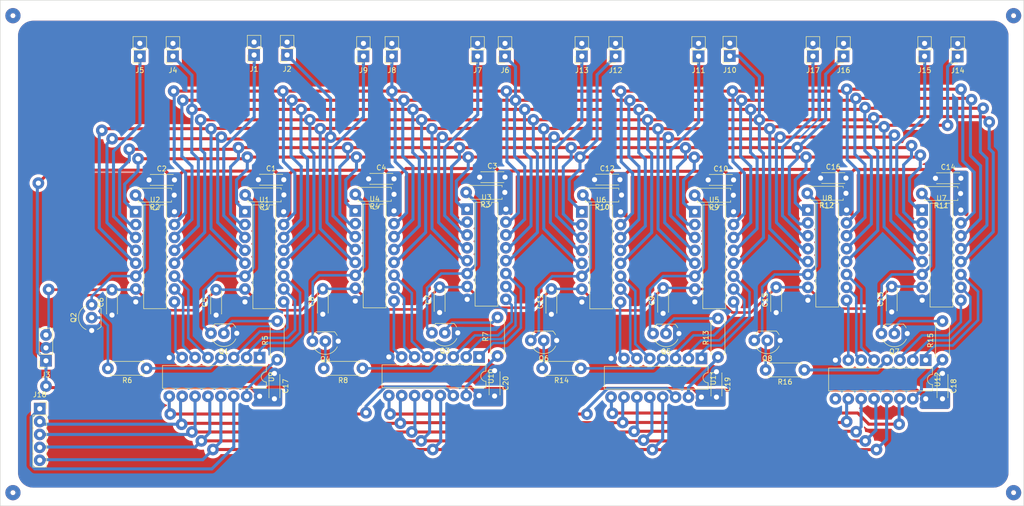
<source format=kicad_pcb>
(kicad_pcb (version 20240108) (generator "pcbnew") (generator_version "8.0")
  (layers (0 "F.Cu" signal) (31 "B.Cu" signal) (34 "B.Paste" user) (35 "F.Paste" user) (36 "B.SilkS" user "B.Silkscreen") (37 "F.SilkS" user "F.Silkscreen") (38 "B.Mask" user) (39 "F.Mask" user) (44 "Edge.Cuts" user))
  (net 0 "")
  (net 1 "+5VA")
  (net 2 "GNDREF")
  (net 3 "-5VA")
  (net 4 "/LINE_IN")
  (net 5 "/LINE_OUT")
  (net 6 "/P_IN_0")
  (net 7 "/P_OUT_0")
  (net 8 "/P_IN_1")
  (net 9 "/P_OUT_1")
  (net 10 "/P_IN_2")
  (net 11 "/P_OUT_2")
  (net 12 "/P_IN_3")
  (net 13 "/P_OUT_3")
  (net 14 "/P_IN_4")
  (net 15 "/P_OUT_4")
  (net 16 "/P_IN_5")
  (net 17 "/P_OUT_5")
  (net 18 "/P_IN_6")
  (net 19 "/P_OUT_6")
  (net 20 "/CLR")
  (net 21 "/~{OE}")
  (net 22 "/SER")
  (net 23 "/CLK")
  (net 24 "/RCLK")
  (net 25 "Net-(Q1-B)")
  (net 26 "/~{E_0}")
  (net 27 "/~{E_1}")
  (net 28 "Net-(Q2-B)")
  (net 29 "Net-(Q3-B)")
  (net 30 "/~{E_2}")
  (net 31 "Net-(Q4-B)")
  (net 32 "/~{E_3}")
  (net 33 "Net-(Q5-B)")
  (net 34 "/~{E_4}")
  (net 35 "Net-(Q6-B)")
  (net 36 "/~{E_5}")
  (net 37 "Net-(Q7-B)")
  (net 38 "/~{E_6}")
  (net 39 "/~{E_7}")
  (net 40 "Net-(Q8-B)")
  (net 41 "/E_0")
  (net 42 "/E_1")
  (net 43 "/E_2")
  (net 44 "/E_3")
  (net 45 "/E_4")
  (net 46 "/E_5")
  (net 47 "/E_6")
  (net 48 "/E_7")
  (net 49 "/S1_0")
  (net 50 "/S2_0")
  (net 51 "/S0_0")
  (net 52 "/S1_1")
  (net 53 "/S2_1")
  (net 54 "/S0_1")
  (net 55 "/S0_2")
  (net 56 "/S1_2")
  (net 57 "/S2_2")
  (net 58 "/S1_3")
  (net 59 "/S0_3")
  (net 60 "/S2_3")
  (net 61 "/S2_4")
  (net 62 "/S1_4")
  (net 63 "/S0_4")
  (net 64 "/S1_5")
  (net 65 "/S0_5")
  (net 66 "/S2_5")
  (net 67 "/S1_6")
  (net 68 "/S0_6")
  (net 69 "/S2_6")
  (net 70 "/S0_7")
  (net 71 "/S2_7")
  (net 72 "/S1_7")
  (net 73 "Net-(U10-SER)")
  (net 74 "Net-(U10-QH')")
  (net 75 "Net-(U11-QH')")
  (footprint "Connector_PinSocket_2.54mm:PinSocket_1x02_P2.54mm_Vertical" (layer "F.Cu") (at 107.949455 54.300538 180)
    (property "Reference" "J2")
    (property "Value" "LINE_OUT")
  )
  (footprint "Package_DIP:DIP-16_W7.62mm_LongPads" (layer "F.Cu") (at 143.399455 84.675538)
    (property "Reference" "U3")
    (property "Value" "74HC4051")
  )
  (footprint "Resistor_THT:R_Axial_DIN0207_L6.3mm_D2.5mm_P7.62mm_Horizontal" (layer "F.Cu") (at 149.379455 113.625538 90)
    (property "Reference" "R7")
    (property "Value" "10K")
  )
  (footprint "Connector_PinSocket_2.54mm:PinSocket_1x02_P2.54mm_Vertical" (layer "F.Cu") (at 78.949455 54.542914 180)
    (property "Reference" "J5")
    (property "Value" "P_OUT_0")
  )
  (footprint "Connector_PinSocket_2.54mm:PinSocket_1x05_P2.54mm_Vertical" (layer "F.Cu") (at 59.249455 124.000538)
    (property "Reference" "J18")
    (property "Value" "ADDR")
  )
  (footprint "Package_DIP:DIP-16_W7.62mm_LongPads" (layer "F.Cu") (at 78.149455 85.175538)
    (property "Reference" "U2")
    (property "Value" "74HC4051")
  )
  (footprint "Resistor_THT:R_Axial_DIN0207_L6.3mm_D2.5mm_P7.62mm_Horizontal" (layer "F.Cu") (at 107.313493 81.867733 180)
    (property "Reference" "R1")
    (property "Value" "1K")
  )
  (footprint "Capacitor_THT:C_Disc_D4.3mm_W1.9mm_P5.00mm" (layer "F.Cu") (at 105.449455 117.050538 -90)
    (property "Reference" "C17")
    (property "Value" "100nF")
  )
  (footprint "Package_DIP:DIP-16_W7.62mm_LongPads" (layer "F.Cu") (at 165.974455 85.200538)
    (property "Reference" "U6")
    (property "Value" "74HC4051")
  )
  (footprint "Resistor_THT:R_Axial_DIN0207_L6.3mm_D2.5mm_P7.62mm_Horizontal" (layer "F.Cu") (at 192.769455 113.835538 90)
    (property "Reference" "R13")
    (property "Value" "10K" (hide yes))
  )
  (footprint "Connector_PinSocket_2.54mm:PinSocket_1x02_P2.54mm_Vertical" (layer "F.Cu") (at 150.849455 54.550538 180)
    (property "Reference" "J6")
    (property "Value" "P_IN_1")
  )
  (footprint "Package_DIP:DIP-16_W7.62mm_LongPads" (layer "F.Cu") (at 145.754455 113.800538 -90)
    (property "Reference" "U10")
    (property "Value" "74HC595")
  )
  (footprint "Capacitor_THT:C_Disc_D4.3mm_W1.9mm_P5.00mm" (layer "F.Cu") (at 190.844455 78.915538)
    (property "Reference" "C10")
    (property "Value" "100nF")
  )
  (footprint "Resistor_THT:R_Axial_DIN0207_L6.3mm_D2.5mm_P7.62mm_Horizontal" (layer "F.Cu") (at 150.812313 81.375538 180)
    (property "Reference" "R3")
    (property "Value" "1K")
  )
  (footprint "Package_DIP:DIP-16_W7.62mm_LongPads" (layer "F.Cu") (at 102.529455 113.930538 -90)
    (property "Reference" "U9")
    (property "Value" "74HC595")
  )
  (footprint "Resistor_THT:R_Axial_DIN0207_L6.3mm_D2.5mm_P7.62mm_Horizontal" (layer "F.Cu") (at 122.784455 116.050538 180)
    (property "Reference" "R8")
    (property "Value" "10K")
  )
  (footprint "Package_DIP:DIP-16_W7.62mm_LongPads" (layer "F.Cu") (at 99.649455 85.175538)
    (property "Reference" "U1")
    (property "Value" "74HC4051")
  )
  (footprint "Connector_PinSocket_2.54mm:PinSocket_1x02_P2.54mm_Vertical" (layer "F.Cu") (at 85.474455 54.550538 180)
    (property "Reference" "J4")
    (property "Value" "P_IN_0")
  )
  (footprint "Capacitor_THT:C_Disc_D4.3mm_W1.9mm_P5.00mm" (layer "F.Cu") (at 93.974455 105.550538 90)
    (property "Reference" "C5")
    (property "Value" "100nF" (hide yes))
  )
  (footprint "Capacitor_THT:C_Disc_D4.3mm_W1.9mm_P5.00mm" (layer "F.Cu") (at 181.974455 105.215538 90)
    (property "Reference" "C9")
    (property "Value" "100nF")
  )
  (footprint "Package_TO_SOT_THT:TO-92_Inline_Wide" (layer "F.Cu") (at 118.014455 110.690538 180)
    (property "Reference" "Q4")
    (property "Value" "2N3904")
  )
  (footprint "Connector_PinSocket_2.54mm:PinSocket_1x02_P2.54mm_Vertical" (layer "F.Cu") (at 188.949455 54.550538 180)
    (property "Reference" "J11")
    (property "Value" "P_OUT_3")
  )
  (footprint "Connector_PinSocket_2.54mm:PinSocket_1x03_P2.54mm_Vertical" (layer "F.Cu") (at 60.474455 114.550538 180)
    (property "Reference" "J3")
    (property "Value" "PWR")
  )
  (footprint "Package_TO_SOT_THT:TO-92_Inline_Wide" (layer "F.Cu") (at 185.08 109.190538 180)
    (property "Reference" "Q5")
    (property "Value" "2N3904")
  )
  (footprint "Package_TO_SOT_THT:TO-92_Inline_Wide" (layer "F.Cu") (at 141.54 109.050538 180)
    (property "Reference" "Q3")
    (property "Value" "2N3904")
  )
  (footprint "Connector_PinSocket_2.54mm:PinSocket_1x02_P2.54mm_Vertical" (layer "F.Cu") (at 239.974455 54.590538 180)
    (property "Reference" "J14")
    (property "Value" "P_IN_5")
  )
  (footprint "Capacitor_THT:C_Disc_D4.3mm_W1.9mm_P5.00mm" (layer "F.Cu") (at 159.974455 105.400538 90)
    (property "Reference" "C11")
    (property "Value" "100nF")
  )
  (footprint "Package_DIP:DIP-16_W7.62mm_LongPads" (layer "F.Cu") (at 121.374455 85.010538)
    (property "Reference" "U4")
    (property "Value" "74HC4051")
  )
  (footprint "Capacitor_THT:C_Disc_D4.3mm_W1.9mm_P5.00mm" (layer "F.Cu") (at 114.974455 105.385538 90)
    (property "Reference" "C8")
    (property "Value" "100nF")
  )
  (footprint "Capacitor_THT:C_Disc_D4.3mm_W1.9mm_P5.00mm" (layer "F.Cu") (at 235.594455 78.590538)
    (property "Reference" "C14")
    (property "Value" "100nF")
  )
  (footprint "Resistor_THT:R_Axial_DIN0207_L6.3mm_D2.5mm_P7.62mm_Horizontal" (layer "F.Cu") (at 106 114.360538 90)
    (property "Reference" "R5")
    (property "Value" "10K" (hide yes))
  )
  (footprint "Resistor_THT:R_Axial_DIN0207_L6.3mm_D2.5mm_P7.62mm_Horizontal" (layer "F.Cu") (at 85.729455 81.915538 180)
    (property "Reference" "R2")
    (property "Value" "1K")
  )
  (footprint "Capacitor_THT:C_Disc_D4.3mm_W1.9mm_P5.00mm" (layer "F.Cu") (at 145.852313 78.375538)
    (property "Reference" "C3")
    (property "Value" "100nF")
  )
  (footprint "Capacitor_THT:C_Disc_D4.3mm_W1.9mm_P5.00mm" (layer "F.Cu") (at 168.474455 78.860538)
    (property "Reference" "C12")
    (property "Value" "100nF")
  )
  (footprint "Resistor_THT:R_Axial_DIN0207_L6.3mm_D2.5mm_P7.62mm_Horizontal" (layer "F.Cu") (at 173.789455 81.900538 180)
    (property "Reference" "R10")
    (property "Value" "1K")
  )
  (footprint "Resistor_THT:R_Axial_DIN0207_L6.3mm_D2.5mm_P7.62mm_Horizontal" (layer "F.Cu") (at 128.999851 81.754069 180)
    (property "Reference" "R4")
    (property "Value" "1K")
  )
  (footprint "Capacitor_THT:C_Disc_D4.3mm_W1.9mm_P5.00mm" (layer "F.Cu") (at 204.233386 105.070621 90)
    (property "Reference" "C15")
    (property "Value" "100nF")
  )
  (footprint "Package_TO_SOT_THT:TO-92_Inline_Wide" (layer "F.Cu") (at 69.474455 108.590538 90)
    (property "Reference" "Q2")
    (property "Value" "2N3904")
  )
  (footprint "Capacitor_THT:C_Disc_D4.3mm_W1.9mm_P5.00mm" (layer "F.Cu") (at 236.974455 117.050538 -90)
    (property "Reference" "C18")
    (property "Value" "100nF")
  )
  (footprint "Connector_PinSocket_2.54mm:PinSocket_1x02_P2.54mm_Vertical" (layer "F.Cu") (at 233.449455 54.550538 180)
    (property "Reference" "J15")
    (property "Value" "P_OUT_5")
  )
  (footprint "Package_TO_SOT_THT:TO-92_Inline_Wide" (layer "F.Cu") (at 161.014455 110.550538 180)
    (property "Reference" "Q6")
    (property "Value" "2N3904")
  )
  (footprint "Resistor_THT:R_Axial_DIN0207_L6.3mm_D2.5mm_P7.62mm_Horizontal" (layer "F.Cu") (at 80.284455 116.050538 180)
    (property "Reference" "R6")
    (property "Value" "10K")
  )
  (footprint "Connector_PinSocket_2.54mm:PinSocket_1x02_P2.54mm_Vertical" (layer "F.Cu") (at 211.474455 54.550538 180)
    (property "Reference" "J17")
    (property "Value" "P_OUT_6")
  )
  (footprint "Capacitor_THT:C_Disc_D4.3mm_W1.9mm_P5.00mm" (layer "F.Cu") (at 212.974455 78.550538)
    (property "Reference" "C16")
    (property "Value" "100nF")
  )
  (footprint "Connector_PinSocket_2.54mm:PinSocket_1x02_P2.54mm_Vertical" (layer "F.Cu") (at 195.099455 54.510538 180)
    (property "Reference" "J10")
    (property "Value" "P_IN_3")
  )
  (footprint "Resistor_THT:R_Axial_DIN0207_L6.3mm_D2.5mm_P7.62mm_Horizontal" (layer "F.Cu") (at 165.784455 116.050538 180)
    (property "Reference" "R14")
    (property "Value" "10K")
  )
  (footprint "Capacitor_THT:C_Disc_D4.3mm_W1.9mm_P5.00mm" (layer "F.Cu") (at 137.974455 105.050538 90)
    (property "Reference" "C7")
    (property "Value" "100nF" (hide yes))
  )
  (footprint "Package_TO_SOT_THT:TO-92_Inline_Wide" (layer "F.Cu") (at 230.04 109.190538 180)
    (property "Reference" "Q7")
    (property "Value" "2N3904" (hide yes))
  )
  (footprint "Resistor_THT:R_Axial_DIN0207_L6.3mm_D2.5mm_P7.62mm_Horizontal" (layer "F.Cu") (at 240.537346 81.596122 180)
    (property "Reference" "R11")
    (property "Value" "1K")
  )
  (footprint "Connector_PinSocket_2.54mm:PinSocket_1x02_P2.54mm_Vertical" (layer "F.Cu") (at 172.624455 54.550538 180)
    (property "Reference" "J12")
    (property "Value" "P_IN_4")
  )
  (footprint "Capacitor_THT:C_Disc_D4.3mm_W1.9mm_P5.00mm" (layer "F.Cu") (at 80.769455 78.915538)
    (property "Reference" "C2")
    (property "Value" "100nF")
  )
  (footprint "Package_DIP:DIP-16_W7.62mm_LongPads" (layer "F.Cu") (at 189.509455 114.095538 -90)
    (property "Reference" "U11")
    (property "Value" "74HC595")
  )
  (footprint "Connector_PinSocket_2.54mm:PinSocket_1x02_P2.54mm_Vertical" (layer "F.Cu") (at 165.974455 54.550538 180)
    (property "Reference" "J13")
    (property "Value" "P_OUT_4")
  )
  (footprint "Package_DIP:DIP-16_W7.62mm_LongPads" (layer "F.Cu") (at 232.974455 84.850538)
    (property "Reference" "U7")
    (property "Value" "74HC4051")
  )
  (footprint "Connector_PinSocket_2.54mm:PinSocket_1x02_P2.54mm_Vertical" (layer "F.Cu") (at 122.974455 54.550538 180)
    (property "Reference" "J9")
    (property "Value" "P_OUT_2")
  )
  (footprint "Package_DIP:DIP-16_W7.62mm_LongPads" (layer "F.Cu") (at 188.224455 85.175538)
    (property "Reference" "U5")
    (property "Value" "74HC4051")
  )
  (footprint "Connector_PinSocket_2.54mm:PinSocket_1x02_P2.54mm_Vertical" (layer "F.Cu") (at 217.499455 54.550538 180)
    (property "Reference" "J16")
    (property "Value" "P_IN_6")
  )
  (footprint "Capacitor_THT:C_Disc_D4.3mm_W1.9mm_P5.00mm" (layer "F.Cu") (at 123.994455 78.710538)
    (property "Reference" "C4")
    (property "Value" "100nF")
  )
  (footprint "Package_TO_SOT_THT:TO-92_Inline_Wide" (layer "F.Cu") (at 205.014455 110.550538 180)
    (property "Reference" "Q8")
    (property "Value" "2N3904")
  )
  (footprint "Capacitor_THT:C_Disc_D4.3mm_W1.9mm_P5.00mm" (layer "F.Cu") (at 102.293026 78.875538)
    (property "Reference" "C1")
    (property "Value" "100nF")
  )
  (footprint "Capacitor_THT:C_Disc_D4.3mm_W1.9mm_P5.00mm" (layer "F.Cu") (at 73.474455 105.550538 90)
    (property "Reference" "C6")
    (property "Value" "100nF")
  )
  (footprint "Resistor_THT:R_Axial_DIN0207_L6.3mm_D2.5mm_P7.62mm_Horizontal" (layer "F.Cu") (at 195.807214 81.930251 180)
    (property "Reference" "R9")
    (property "Value" "1K")
  )
  (footprint "Resistor_THT:R_Axial_DIN0207_L6.3mm_D2.5mm_P7.62mm_Horizontal" (layer "F.Cu") (at 217.974455 81.550538 180)
    (property "Reference" "R12")
    (property "Value" "1K")
  )
  (footprint "Capacitor_THT:C_Disc_D4.3mm_W1.9mm_P5.00mm" (layer "F.Cu") (at 148.794455 116.500538 -90)
    (property "Reference" "C20")
    (property "Value" "100nF")
  )
  (footprint "Connector_PinSocket_2.54mm:PinSocket_1x02_P2.54mm_Vertical" (layer "F.Cu") (at 101.449455 54.300538 180)
    (property "Reference" "J1")
    (property "Value" "LINE_IN")
  )
  (footprint "Package_DIP:DIP-16_W7.62mm_LongPads" (layer "F.Cu") (at 233.674455 114.430538 -90)
    (property "Reference" "U12")
    (property "Value" "74HC595")
  )
  (footprint "Package_DIP:DIP-16_W7.62mm_LongPads" (layer "F.Cu") (at 210.474455 84.850538)
    (property "Reference" "U8")
    (property "Value" "74HC4051")
  )
  (footprint "Connector_PinSocket_2.54mm:PinSocket_1x02_P2.54mm_Vertical" (layer "F.Cu") (at 128.574455 54.550538 180)
    (property "Reference" "J8")
    (property "Value" "P_IN_2")
  )
  (footprint "Capacitor_THT:C_Disc_D4.3mm_W1.9mm_P5.00mm" (layer "F.Cu") (at 226.974455 104.930538 90)
    (property "Reference" "C13")
    (property "Value" "100nF" (hide yes))
  )
  (footprint "Package_TO_SOT_THT:TO-92_Inline_Wide" (layer "F.Cu") (at 98.04 109.14 180)
    (property "Reference" "Q1")
    (property "Value" "2N3904")
  )
  (footprint "Resistor_THT:R_Axial_DIN0207_L6.3mm_D2.5mm_P7.62mm_Horizontal" (layer "F.Cu") (at 236.974455 114.360538 90)
    (property "Reference" "R15")
    (property "Value" "10K")
  )
  (footprint "Resistor_THT:R_Axial_DIN0207_L6.3mm_D2.5mm_P7.62mm_Horizontal" (layer "F.Cu") (at 209.784455 116.360538 180)
    (property "Reference" "R16")
    (property "Value" "10K")
  )
  (footprint "Capacitor_THT:C_Disc_D4.3mm_W1.9mm_P5.00mm" (layer "F.Cu") (at 192.474455 116.715538 -90)
    (property "Reference" "C19")
    (property "Value" "100nF")
  )
  (footprint "Connector_PinSocket_2.54mm:PinSocket_1x02_P2.54mm_Vertical" (layer "F.Cu") (at 145.449455 54.550538 180)
    (property "Reference" "J7")
    (property "Value" "P_OUT_1")
  )
  (gr_circle (center 53.974455 140.550538) (end 54.974455 140.550538) (stroke (width 1)) (fill none) (layer "F.Cu"))
  (gr_circle (center 250.974455 46.550538) (end 251.974455 46.550538) (stroke (width 1)) (fill none) (layer "F.Cu"))
  (gr_circle (center 53.974455 46.550538) (end 54.974455 46.550538) (stroke (width 1)) (fill none) (layer "F.Cu"))
  (gr_circle (center 250.974455 140.550538) (end 251.974455 140.550538) (stroke (width 1)) (fill none) (layer "F.Cu"))
  (gr_circle (center 53.974455 46.550538) (end 54.974455 46.550538) (stroke (width 1)) (fill none) (layer "B.Cu"))
  (gr_circle (center 250.974455 140.550538) (end 251.974455 140.550538) (stroke (width 1)) (fill none) (layer "B.Cu"))
  (gr_circle (center 53.974455 140.550538) (end 54.974455 140.550538) (stroke (width 1)) (fill none) (layer "B.Cu"))
  (gr_circle (center 250.974455 46.550538) (end 251.974455 46.550538) (stroke (width 1)) (fill none) (layer "B.Cu"))
  (gr_rect (start 51.474455 43.510538) (end 252.974455 143.151535) (stroke (width 0.1)) (fill none) (layer "Edge.Cuts"))
  (segment (start 61.524993 77) (end 83.853917 77) (width 0.6) (layer "F.Cu") (net 1))
  (segment (start 195.844455 78.915538) (end 197.909455 76.850538) (width 0.6) (layer "F.Cu") (net 1))
  (segment (start 127.294455 77.010538) (end 128.994455 78.710538) (width 0.6) (layer "F.Cu") (net 1))
  (segment (start 60.474455 119.550538) (end 60.774455 119.850538) (width 0.6) (layer "F.Cu") (net 1))
  (segment (start 60.774455 119.850538) (end 100.829455 119.850538) (width 0.6) (layer "F.Cu") (net 1))
  (segment (start 87.509455 77.175538) (end 105.593026 77.175538) (width 0.6) (layer "F.Cu") (net 1))
  (segment (start 217.974455 78.550538) (end 219.65971 76.865283) (width 0.6) (layer "F.Cu") (net 1))
  (segment (start 147.159455 120.015538) (end 187.809455 120.015538) (width 0.6) (layer "F.Cu") (net 1))
  (segment (start 131.349455 76.675538) (end 149.152313 76.675538) (width 0.6) (layer "F.Cu") (net 1))
  (segment (start 85.769455 78.915538) (end 87.509455 77.175538) (width 0.6) (layer "F.Cu") (net 1))
  (segment (start 107.293026 78.875538) (end 109.158026 77.010538) (width 0.6) (layer "F.Cu") (net 1))
  (segment (start 194.144455 77.215538) (end 195.844455 78.915538) (width 0.6) (layer "F.Cu") (net 1))
  (segment (start 238.8692 76.865283) (end 240.594455 78.590538) (width 0.6) (layer "F.Cu") (net 1))
  (segment (start 152.067313 77.160538) (end 171.774455 77.160538) (width 0.6) (layer "F.Cu") (net 1))
  (segment (start 109.158026 77.010538) (end 127.294455 77.010538) (width 0.6) (layer "F.Cu") (net 1))
  (segment (start 149.152313 76.675538) (end 150.852313 78.375538) (width 0.6) (layer "F.Cu") (net 1))
  (segment (start 189.509455 121.715538) (end 191.1358 121.715538) (width 0.6) (layer "F.Cu") (net 1))
  (segment (start 197.909455 76.850538) (end 216.274455 76.850538) (width 0.6) (layer "F.Cu") (net 1))
  (segment (start 173.474455 78.860538) (end 175.119455 77.215538) (width 0.6) (layer "F.Cu") (net 1))
  (segment (start 231.974455 120.350538) (end 233.674455 122.050538) (width 0.6) (layer "F.Cu") (net 1))
  (segment (start 192.5008 120.350538) (end 231.974455 120.350538) (width 0.6) (layer "F.Cu") (net 1))
  (segment (start 187.809455 120.015538) (end 189.509455 121.715538) (width 0.6) (layer "F.Cu") (net 1))
  (segment (start 58.974455 79.550538) (end 61.524993 77) (width 0.6) (layer "F.Cu") (net 1))
  (segment (start 171.774455 77.160538) (end 173.474455 78.860538) (width 0.6) (layer "F.Cu") (net 1))
  (segment (start 216.274455 76.850538) (end 217.974455 78.550538) (width 0.6) (layer "F.Cu") (net 1))
  (segment (start 175.119455 77.215538) (end 194.144455 77.215538) (width 0.6) (layer "F.Cu") (net 1))
  (segment (start 191.1358 121.715538) (end 192.5008 120.350538) (width 0.6) (layer "F.Cu") (net 1))
  (segment (start 105.593026 77.175538) (end 107.293026 78.875538) (width 0.6) (layer "F.Cu") (net 1))
  (segment (start 144.054455 119.720538) (end 145.754455 121.420538) (width 0.6) (layer "F.Cu") (net 1))
  (segment (start 129.314455 78.710538) (end 131.349455 76.675538) (width 0.6) (layer "F.Cu") (net 1))
  (segment (start 128.994455 78.710538) (end 129.314455 78.710538) (width 0.6) (layer "F.Cu") (net 1))
  (segment (start 219.65971 76.865283) (end 238.8692 76.865283) (width 0.6) (layer "F.Cu") (net 1))
  (segment (start 83.853917 77) (end 85.769455 78.915538) (width 0.6) (layer "F.Cu") (net 1))
  (segment (start 100.829455 119.850538) (end 102.529455 121.550538) (width 0.6) (layer "F.Cu") (net 1))
  (segment (start 102.529455 121.550538) (end 104.359455 119.720538) (width 0.6) (layer "F.Cu") (net 1))
  (segment (start 150.852313 78.375538) (end 152.067313 77.160538) (width 0.6) (layer "F.Cu") (net 1))
  (segment (start 145.754455 121.420538) (end 147.159455 120.015538) (width 0.6) (layer "F.Cu") (net 1))
  (segment (start 104.359455 119.720538) (end 144.054455 119.720538) (width 0.6) (layer "F.Cu") (net 1))
  (via (at 60.474455 119.550538) (size 2.3) (drill 1) (layers "F.Cu" "B.Cu") (net 1))
  (via (at 58.974455 79.550538) (size 2.3) (drill 1) (layers "F.Cu" "B.Cu") (net 1))
  (segment (start 60.474455 114.550538) (end 58.774455 112.850538) (width 0.6) (layer "B.Cu") (net 1))
  (segment (start 58.774455 79.750538) (end 58.974455 79.550538) (width 0.6) (layer "B.Cu") (net 1))
  (segment (start 60.474455 114.550538) (end 60.474455 119.550538) (width 0.6) (layer "B.Cu") (net 1))
  (segment (start 58.774455 112.850538) (end 58.774455 79.750538) (width 0.6) (layer "B.Cu") (net 1))
  (segment (start 62 100.5) (end 62.050538 100.550538) (width 0.5) (layer "F.Cu") (net 3))
  (segment (start 121.374455 100.250538) (end 125.564455 104.440538) (width 0.5) (layer "F.Cu") (net 3))
  (segment (start 222.624455 104.280538) (end 226.974455 99.930538) (width 0.5) (layer "F.Cu") (net 3))
  (segment (start 78.149455 100.415538) (end 82.339455 104.605538) (width 0.5) (layer "F.Cu") (net 3))
  (segment (start 188.224455 100.415538) (end 190.971002 100.415538) (width 0.5) (layer "F.Cu") (net 3))
  (segment (start 89.919455 104.605538) (end 93.974455 100.550538) (width 0.5) (layer "F.Cu") (net 3))
  (segment (start 199.253469 105.050538) (end 204.233386 100.070621) (width 0.5) (layer "F.Cu") (net 3))
  (segment (start 214.664455 104.280538) (end 222.624455 104.280538) (width 0.5) (layer "F.Cu") (net 3))
  (segment (start 99.649455 100.415538) (end 103.839455 104.605538) (width 0.5) (layer "F.Cu") (net 3))
  (segment (start 143.399455 99.915538) (end 147.589455 104.105538) (width 0.5) (layer "F.Cu") (net 3))
  (segment (start 170.164455 104.630538) (end 177.559455 104.630538) (width 0.5) (layer "F.Cu") (net 3))
  (segment (start 156.269455 104.105538) (end 159.974455 100.400538) (width 0.5) (layer "F.Cu") (net 3))
  (segment (start 210.474455 100.090538) (end 214.664455 104.280538) (width 0.5) (layer "F.Cu") (net 3))
  (segment (start 110.754455 104.605538) (end 114.974455 100.385538) (width 0.5) (layer "F.Cu") (net 3))
  (segment (start 61 100.5) (end 62 100.5) (width 0.5) (layer "F.Cu") (net 3))
  (segment (start 177.559455 104.630538) (end 181.974455 100.215538) (width 0.5) (layer "F.Cu") (net 3))
  (segment (start 165.974455 100.440538) (end 170.164455 104.630538) (width 0.5) (layer "F.Cu") (net 3))
  (segment (start 82.339455 104.605538) (end 89.919455 104.605538) (width 0.5) (layer "F.Cu") (net 3))
  (segment (start 133.584455 104.440538) (end 137.974455 100.050538) (width 0.5) (layer "F.Cu") (net 3))
  (segment (start 125.564455 104.440538) (end 133.584455 104.440538) (width 0.5) (layer "F.Cu") (net 3))
  (segment (start 195.606002 105.050538) (end 199.253469 105.050538) (width 0.5) (layer "F.Cu") (net 3))
  (segment (start 103.839455 104.605538) (end 110.754455 104.605538) (width 0.5) (layer "F.Cu") (net 3))
  (segment (start 147.589455 104.105538) (end 156.269455 104.105538) (width 0.5) (layer "F.Cu") (net 3))
  (segment (start 190.971002 100.415538) (end 195.606002 105.050538) (width 0.5) (layer "F.Cu") (net 3))
  (segment (start 62.050538 100.550538) (end 73.474455 100.550538) (width 0.5) (layer "F.Cu") (net 3))
  (via (at 61 100.5) (size 2.3) (drill 1) (layers "F.Cu" "B.Cu") (net 3))
  (segment (start 226.974455 99.930538) (end 232.814455 99.930538) (width 0.5) (layer "B.Cu") (net 3))
  (segment (start 204.233386 100.070621) (end 210.454538 100.070621) (width 0.5) (layer "B.Cu") (net 3))
  (segment (start 61 100.5) (end 61 108.944993) (width 0.5) (layer "B.Cu") (net 3))
  (segment (start 114.974455 100.385538) (end 121.239455 100.385538) (width 0.5) (layer "B.Cu") (net 3))
  (segment (start 232.814455 99.930538) (end 232.974455 100.090538) (width 0.5) (layer "B.Cu") (net 3))
  (segment (start 210.454538 100.070621) (end 210.474455 100.090538) (width 0.5) (layer "B.Cu") (net 3))
  (segment (start 121.239455 100.385538) (end 121.374455 100.250538) (width 0.5) (layer "B.Cu") (net 3))
  (segment (start 137.974455 100.050538) (end 143.264455 100.050538) (width 0.5) (layer "B.Cu") (net 3))
  (segment (start 159.974455 100.400538) (end 165.934455 100.400538) (width 0.5) (layer "B.Cu") (net 3))
  (segment (start 143.264455 100.050538) (end 143.399455 99.915538) (width 0.5) (layer "B.Cu") (net 3))
  (segment (start 181.974455 100.215538) (end 188.024455 100.215538) (width 0.5) (layer "B.Cu") (net 3))
  (segment (start 61 108.944993) (end 60.474455 109.470538) (width 0.5) (layer "B.Cu") (net 3))
  (segment (start 165.934455 100.400538) (end 165.974455 100.440538) (width 0.5) (layer "B.Cu") (net 3))
  (segment (start 73.474455 100.550538) (end 78.014455 100.550538) (width 0.5) (layer "B.Cu") (net 3))
  (segment (start 188.024455 100.215538) (end 188.224455 100.415538) (width 0.5) (layer "B.Cu") (net 3))
  (segment (start 93.974455 100.550538) (end 99.514455 100.550538) (width 0.5) (layer "B.Cu") (net 3))
  (segment (start 78.014455 100.550538) (end 78.149455 100.415538) (width 0.5) (layer "B.Cu") (net 3))
  (segment (start 99.514455 100.550538) (end 99.649455 100.415538) (width 0.5) (layer "B.Cu") (net 3))
  (segment (start 101.449455 54.300538) (end 101.474455 54.325538) (width 0.6) (layer "B.Cu") (net 4))
  (segment (start 95.474455 85.955531) (end 99.649455 90.130531) (width 0.6) (layer "B.Cu") (net 4))
  (segment (start 101.474455 66.550538) (end 95.474455 72.550538) (width 0.6) (layer "B.Cu") (net 4))
  (segment (start 101.474455 54.325538) (end 101.474455 66.550538) (width 0.6) (layer "B.Cu") (net 4))
  (segment (start 95.474455 72.550538) (end 95.474455 85.955531) (width 0.6) (layer "B.Cu") (net 4))
  (segment (start 73.504671 70.797646) (end 94.679664 70.797646) (width 0.6) (layer "F.Cu") (net 5))
  (segment (start 227.129678 70.472639) (end 227.504671 70.097646) (width 0.6) (layer "F.Cu") (net 5))
  (segment (start 94.679664 70.797646) (end 95.004671 70.472639) (width 0.6) (layer "F.Cu") (net 5))
  (segment (start 95.004671 70.472639) (end 95.38257 70.850538) (width 0.6) (layer "F.Cu") (net 5))
  (segment (start 205.004671 70.472639) (end 227.129678 70.472639) (width 0.6) (layer "F.Cu") (net 5))
  (segment (start 204.626772 70.850538) (end 205.004671 70.472639) (width 0.6) (layer "F.Cu") (net 5))
  (segment (start 95.38257 70.850538) (end 204.626772 70.850538) (width 0.6) (layer "F.Cu") (net 5))
  (via (at 205.004671 70.472639) (size 2.3) (drill 1) (layers "F.Cu" "B.Cu") (net 5))
  (via (at 160.504671 70.472639) (size 2.3) (drill 1) (layers "F.Cu" "B.Cu") (net 5))
  (via (at 73.504671 70.797646) (size 2.3) (drill 1) (layers "F.Cu" "B.Cu") (net 5))
  (via (at 116.504671 70.472639) (size 2.3) (drill 1) (layers "F.Cu" "B.Cu") (net 5))
  (via (at 138.504671 70.472639) (size 2.3) (drill 1) (layers "F.Cu" "B.Cu") (net 5))
  (via (at 183.004671 70.509456) (size 2.3) (drill 1) (layers "F.Cu" "B.Cu") (net 5))
  (via (at 227.504671 70.097646) (size 2.3) (drill 1) (layers "F.Cu" "B.Cu") (net 5))
  (via (at 95.004671 70.472639) (size 2.3) (drill 1) (layers "F.Cu" "B.Cu") (net 5))
  (segment (start 204.283204 87.30428) (end 209.649455 92.670531) (width 0.6) (layer "B.Cu") (net 5))
  (segment (start 137.783204 71.194106) (end 137.783204 87.30428) (width 0.6) (layer "B.Cu") (net 5))
  (segment (start 72.474455 87.320538) (end 78.149455 92.995538) (width 0.6) (layer "B.Cu") (net 5))
  (segment (start 115.783204 71.194106) (end 115.783204 87.30428) (width 0.6) (layer "B.Cu") (net 5))
  (segment (start 182.283204 87.341097) (end 187.649455 92.707348) (width 0.6) (layer "B.Cu") (net 5))
  (segment (start 226.783204 86.929287) (end 232.149455 92.295538) (width 0.6) (layer "B.Cu") (net 5))
  (segment (start 138.504671 70.472639) (end 137.783204 71.194106) (width 0.6) (layer "B.Cu") (net 5))
  (segment (start 227.504671 70.097646) (end 226.783204 70.819113) (width 0.6) (layer "B.Cu") (net 5))
  (segment (start 159.783204 87.30428) (end 165.149455 92.670531) (width 0.6) (layer "B.Cu") (net 5))
  (segment (start 204.283204 71.194106) (end 204.283204 87.30428) (width 0.6) (layer "B.Cu") (net 5))
  (segment (start 159.783204 71.194106) (end 159.783204 87.30428) (width 0.6) (layer "B.Cu") (net 5))
  (segment (start 160.504671 70.472639) (end 159.783204 71.194106) (width 0.6) (layer "B.Cu") (net 5))
  (segment (start 116.504671 70.472639) (end 115.783204 71.194106) (width 0.6) (layer "B.Cu") (net 5))
  (segment (start 116.504671 62.855754) (end 116.504671 70.472639) (width 0.6) (layer "B.Cu") (net 5))
  (segment (start 107.949455 54.300538) (end 116.504671 62.855754) (width 0.6) (layer "B.Cu") (net 5))
  (segment (start 94.283204 71.194106) (end 94.283204 87.30428) (width 0.6) (layer "B.Cu") (net 5))
  (segment (start 182.283204 71.230923) (end 182.283204 87.341097) (width 0.6) (layer "B.Cu") (net 5))
  (segment (start 183.004671 70.509456) (end 182.283204 71.230923) (width 0.6) (layer "B.Cu") (net 5))
  (segment (start 205.004671 70.472639) (end 204.283204 71.194106) (width 0.6) (layer "B.Cu") (net 5))
  (segment (start 73.504671 70.797646) (end 72.474455 71.827862) (width 0.6) (layer "B.Cu") (net 5))
  (segment (start 137.783204 87.30428) (end 143.149455 92.670531) (width 0.6) (layer "B.Cu") (net 5))
  (segment (start 72.474455 71.827862) (end 72.474455 87.320538) (width 0.6) (layer "B.Cu") (net 5))
  (segment (start 95.004671 70.472639) (end 94.283204 71.194106) (width 0.6) (layer "B.Cu") (net 5))
  (segment (start 94.283204 87.30428) (end 99.649455 92.670531) (width 0.6) (layer "B.Cu") (net 5))
  (segment (start 226.783204 70.819113) (end 226.783204 86.929287) (width 0.6) (layer "B.Cu") (net 5))
  (segment (start 115.783204 87.30428) (end 121.149455 92.670531) (width 0.6) (layer "B.Cu") (net 5))
  (segment (start 244.977732 64.8) (end 244.972254 64.794522) (width 0.6) (layer "F.Cu") (net 6))
  (segment (start 221.974455 64.647646) (end 221.724455 64.647646) (width 0.6) (layer "F.Cu") (net 6))
  (segment (start 89.224455 65.022639) (end 199.224455 65.022639) (width 0.6) (layer "F.Cu") (net 6))
  (segment (start 199.224455 65.022639) (end 221.349462 65.022639) (width 0.6) (layer "F.Cu") (net 6))
  (segment (start 244.972254 64.794522) (end 222.121331 64.794522) (width 0.6) (layer "F.Cu") (net 6))
  (segment (start 221.349462 65.022639) (end 221.724455 64.647646) (width 0.6) (layer "F.Cu") (net 6))
  (segment (start 222.121331 64.794522) (end 221.974455 64.647646) (width 0.6) (layer "F.Cu") (net 6))
  (via (at 89.224455 65.022639) (size 2.3) (drill 1) (layers "F.Cu" "B.Cu") (net 6))
  (via (at 244.977732 64.8) (size 2.3) (drill 1) (layers "F.Cu" "B.Cu") (net 6))
  (via (at 177.224455 65.059456) (size 2.3) (drill 1) (layers "F.Cu" "B.Cu") (net 6))
  (via (at 199.224455 65.022639) (size 2.3) (drill 1) (layers "F.Cu" "B.Cu") (net 6))
  (via (at 110.724455 65.022639) (size 2.3) (drill 1) (layers "F.Cu" "B.Cu") (net 6))
  (via (at 221.724455 64.647646) (size 2.3) (drill 1) (layers "F.Cu" "B.Cu") (net 6))
  (via (at 154.724455 65.022639) (size 2.3) (drill 1) (layers "F.Cu" "B.Cu") (net 6))
  (via (at 132.724455 65.022639) (size 2.3) (drill 1) (layers "F.Cu" "B.Cu") (net 6))
  (segment (start 196.311958 92.670531) (end 195.769455 92.670531) (width 0.6) (layer "B.Cu") (net 6))
  (segment (start 89.224455 66.925531) (end 89.224455 58.300538) (width 0.6) (layer "B.Cu") (net 6))
  (segment (start 154.683483 73.513721) (end 155.974455 74.804693) (width 0.6) (layer "B.Cu") (net 6))
  (segment (start 89.183483 73.513721) (end 90.474455 74.804693) (width 0.6) (layer "B.Cu") (net 6))
  (segment (start 221.683483 73.138728) (end 222.974455 74.4297) (width 0.6) (layer "B.Cu") (net 6))
  (segment (start 199.183483 73.513721) (end 200.474455 74.804693) (width 0.6) (layer "B.Cu") (net 6))
  (segment (start 221.683483 64.688618) (end 221.683483 73.138728) (width 0.6) (layer "B.Cu") (net 6))
  (segment (start 221.724455 64.647646) (end 221.683483 64.688618) (width 0.6) (layer "B.Cu") (net 6))
  (segment (start 178.474455 88.002348) (end 173.769455 92.707348) (width 0.6) (layer "B.Cu") (net 6))
  (segment (start 199.224455 65.022639) (end 199.183483 65.063611) (width 0.6) (layer "B.Cu") (net 6))
  (segment (start 244.433483 65.344249) (end 244.433483 73.388728) (width 0.6) (layer "B.Cu") (net 6))
  (segment (start 89.224455 66.925531) (end 89.183483 66.966503) (width 0.6) (layer "B.Cu") (net 6))
  (segment (start 200.474455 88.508034) (end 196.311958 92.670531) (width 0.6) (layer "B.Cu") (net 6))
  (segment (start 90.474455 74.804693) (end 90.474455 87.965531) (width 0.6) (layer "B.Cu") (net 6))
  (segment (start 222.974455 74.4297) (end 222.974455 87.590538) (width 0.6) (layer "B.Cu") (net 6))
  (segment (start 111.974455 74.804693) (end 111.974455 87.965531) (width 0.6) (layer "B.Cu") (net 6))
  (segment (start 177.183483 73.550538) (end 178.474455 74.84151) (width 0.6) (layer "B.Cu") (net 6))
  (segment (start 111.974455 87.965531) (end 107.269455 92.670531) (width 0.6) (layer "B.Cu") (net 6))
  (segment (start 178.474455 74.84151) (end 178.474455 88.002348) (width 0.6) (layer "B.Cu") (net 6))
  (segment (start 89.183483 66.966503) (end 89.183483 73.513721) (width 0.6) (layer "B.Cu") (net 6))
  (segment (start 154.683483 65.063611) (end 154.683483 73.513721) (width 0.6) (layer "B.Cu") (net 6))
  (segment (start 154.724455 65.022639) (end 154.683483 65.063611) (width 0.6) (layer "B.Cu") (net 6))
  (segment (start 89.224455 58.300538) (end 85.474455 54.550538) (width 0.6) (layer "B.Cu") (net 6))
  (segment (start 199.183483 65.063611) (end 199.183483 73.513721) (width 0.6) (layer "B.Cu") (net 6))
  (segment (start 110.683483 65.063611) (end 110.683483 73.513721) (width 0.6) (layer "B.Cu") (net 6))
  (segment (start 132.683483 73.513721) (end 133.974455 74.804693) (width 0.6) (layer "B.Cu") (net 6))
  (segment (start 110.683483 73.513721) (end 111.974455 74.804693) (width 0.6) (layer "B.Cu") (net 6))
  (segment (start 245.724455 74.6797) (end 245.724455 87.840538) (width 0.6) (layer "B.Cu") (net 6))
  (segment (start 177.224455 65.059456) (end 177.183483 65.100428) (width 0.6) (layer "B.Cu") (net 6))
  (segment (start 244.977732 64.8) (end 244.433483 65.344249) (width 0.6) (layer "B.Cu") (net 6))
  (segment (start 133.974455 74.804693) (end 133.974455 87.965531) (width 0.6) (layer "B.Cu") (net 6))
  (segment (start 133.974455 87.965531) (end 129.269455 92.670531) (width 0.6) (layer "B.Cu") (net 6))
  (segment (start 90.474455 87.965531) (end 85.769455 92.670531) (width 0.6) (layer "B.Cu") (net 6))
  (segment (start 155.974455 74.804693) (end 155.974455 87.965531) (width 0.6) (layer "B.Cu") (net 6))
  (segment (start 244.433483 73.388728) (end 245.724455 74.6797) (width 0.6) (layer "B.Cu") (net 6))
  (segment (start 245.724455 87.840538) (end 241.019455 92.545538) (width 0.6) (layer "B.Cu") (net 6))
  (segment (start 222.974455 87.590538) (end 218.269455 92.295538) (width 0.6) (layer "B.Cu") (net 6))
  (segment (start 132.683483 65.063611) (end 132.683483 73.513721) (width 0.6) (layer "B.Cu") (net 6))
  (segment (start 155.974455 87.965531) (end 151.269455 92.670531) (width 0.6) (layer "B.Cu") (net 6))
  (segment (start 200.474455 74.804693) (end 200.474455 88.508034) (width 0.6) (layer "B.Cu") (net 6))
  (segment (start 132.724455 65.022639) (end 132.683483 65.063611) (width 0.6) (layer "B.Cu") (net 6))
  (segment (start 110.724455 65.022639) (end 110.683483 65.063611) (width 0.6) (layer "B.Cu") (net 6))
  (segment (start 177.183483 65.100428) (end 177.183483 73.550538) (width 0.6) (layer "B.Cu") (net 6))
  (segment (start 78.974455 54.567914) (end 78.974455 68.050538) (width 0.6) (layer "B.Cu") (net 7))
  (segment (start 73.769527 73.255466) (end 73.769527 86.07561) (width 0.6) (layer "B.Cu") (net 7))
  (segment (start 78.974455 68.050538) (end 73.769527 73.255466) (width 0.6) (layer "B.Cu") (net 7))
  (segment (start 78.949455 54.542914) (end 78.974455 54.567914) (width 0.6) (layer "B.Cu") (net 7))
  (segment (start 73.769527 86.07561) (end 78.149455 90.455538) (width 0.6) (layer "B.Cu") (net 7))
  (segment (start 242.671331 63.094522) (end 242.421331 62.844522) (width 0.6) (layer "F.Cu") (net 8))
  (segment (start 87.421331 63.219515) (end 197.421331 63.219515) (width 0.6) (layer "F.Cu") (net 8))
  (segment (start 197.421331 63.219515) (end 219.546338 63.219515) (width 0.6) (layer "F.Cu") (net 8))
  (segment (start 242.421331 62.844522) (end 219.921331 62.844522) (width 0.6) (layer "F.Cu") (net 8))
  (segment (start 219.546338 63.219515) (end 219.921331 62.844522) (width 0.6) (layer "F.Cu") (net 8))
  (via (at 175.421331 63.256332) (size 2.3) (drill 1) (layers "F.Cu" "B.Cu") (net 8))
  (via (at 152.921331 63.219515) (size 2.3) (drill 1) (layers "F.Cu" "B.Cu") (net 8))
  (via (at 242.671331 63.094522) (size 2.3) (drill 1) (layers "F.Cu" "B.Cu") (net 8))
  (via (at 197.421331 63.219515) (size 2.3) (drill 1) (layers "F.Cu" "B.Cu") (net 8))
  (via (at 130.921331 63.219515) (size 2.3) (drill 1) (layers "F.Cu" "B.Cu") (net 8))
  (via (at 108.921331 63.219515) (size 2.3) (drill 1) (layers "F.Cu" "B.Cu") (net 8))
  (via (at 219.921331 62.844522) (size 2.3) (drill 1) (layers "F.Cu" "B.Cu") (net 8))
  (via (at 87.421331 63.219515) (size 2.3) (drill 1) (layers "F.Cu" "B.Cu") (net 8))
  (segment (start 177.224455 76.287352) (end 177.224455 86.712348) (width 0.6) (layer "B.Cu") (net 8))
  (segment (start 197.421331 63.219515) (end 197.224455 63.416391) (width 0.6) (layer "B.Cu") (net 8))
  (segment (start 242.671331 63.094522) (end 242.474455 63.291398) (width 0.6) (layer "B.Cu") (net 8))
  (segment (start 197.224455 63.416391) (end 197.224455 74.250535) (width 0.6) (layer "B.Cu") (net 8))
  (segment (start 108.724455 74.250535) (end 110.724455 76.250535) (width 0.6) (layer "B.Cu") (net 8))
  (segment (start 154.724455 76.250535) (end 154.724455 86.675531) (width 0.6) (layer "B.Cu") (net 8))
  (segment (start 152.921331 65.122407) (end 152.724455 65.319283) (width 0.6) (layer "B.Cu") (net 8))
  (segment (start 130.921331 63.219515) (end 130.724455 63.416391) (width 0.6) (layer "B.Cu") (net 8))
  (segment (start 175.224455 63.453208) (end 175.224455 74.287352) (width 0.6) (layer "B.Cu") (net 8))
  (segment (start 221.724455 75.875542) (end 221.724455 86.300538) (width 0.6) (layer "B.Cu") (net 8))
  (segment (start 177.224455 86.712348) (end 173.769455 90.167348) (width 0.6) (layer "B.Cu") (net 8))
  (segment (start 244.474455 86.550538) (end 241.019455 90.005538) (width 0.6) (layer "B.Cu") (net 8))
  (segment (start 199.224455 87.300538) (end 196.394462 90.130531) (width 0.6) (layer "B.Cu") (net 8))
  (segment (start 196.394462 90.130531) (end 195.769455 90.130531) (width 0.6) (layer "B.Cu") (net 8))
  (segment (start 175.421331 63.256332) (end 175.224455 63.453208) (width 0.6) (layer "B.Cu") (net 8))
  (segment (start 175.224455 74.287352) (end 177.224455 76.287352) (width 0.6) (layer "B.Cu") (net 8))
  (segment (start 154.724455 86.675531) (end 151.269455 90.130531) (width 0.6) (layer "B.Cu") (net 8))
  (segment (start 242.474455 63.291398) (end 242.474455 74.125542) (width 0.6) (layer "B.Cu") (net 8))
  (segment (start 242.474455 74.125542) (end 244.474455 76.125542) (width 0.6) (layer "B.Cu") (net 8))
  (segment (start 108.921331 63.219515) (end 108.724455 63.416391) (width 0.6) (layer "B.Cu") (net 8))
  (segment (start 244.474455 76.125542) (end 244.474455 86.550538) (width 0.6) (layer "B.Cu") (net 8))
  (segment (start 89.224455 76.250535) (end 89.224455 86.675531) (width 0.6) (layer "B.Cu") (net 8))
  (segment (start 221.724455 86.300538) (end 218.269455 89.755538) (width 0.6) (layer "B.Cu") (net 8))
  (segment (start 197.224455 74.250535) (end 199.224455 76.250535) (width 0.6) (layer "B.Cu") (net 8))
  (segment (start 110.724455 76.250535) (end 110.724455 86.675531) (width 0.6) (layer "B.Cu") (net 8))
  (segment (start 87.421331 63.219515) (end 87.224455 63.416391) (width 0.6) (layer "B.Cu") (net 8))
  (segment (start 130.724455 74.250535) (end 132.724455 76.250535) (width 0.6) (layer "B.Cu") (net 8))
  (segment (start 150.849455 54.550538) (end 152.921331 56.622414) (width 0.6) (layer "B.Cu") (net 8))
  (segment (start 219.921331 62.844522) (end 219.724455 63.041398) (width 0.6) (layer "B.Cu") (net 8))
  (segment (start 152.724455 74.250535) (end 154.724455 76.250535) (width 0.6) (layer "B.Cu") (net 8))
  (segment (start 132.724455 76.250535) (end 132.724455 86.675531) (width 0.6) (layer "B.Cu") (net 8))
  (segment (start 108.724455 63.416391) (end 108.724455 74.250535) (width 0.6) (layer "B.Cu") (net 8))
  (segment (start 152.921331 56.622414) (end 152.921331 65.122407) (width 0.6) (layer "B.Cu") (net 8))
  (segment (start 219.724455 73.875542) (end 221.724455 75.875542) (width 0.6) (layer "B.Cu") (net 8))
  (segment (start 130.724455 63.416391) (end 130.724455 74.250535) (width 0.6) (layer "B.Cu") (net 8))
  (segment (start 132.724455 86.675531) (end 129.269455 90.130531) (width 0.6) (layer "B.Cu") (net 8))
  (segment (start 87.224455 74.250535) (end 89.224455 76.250535) (width 0.6) (layer "B.Cu") (net 8))
  (segment (start 219.724455 63.041398) (end 219.724455 73.875542) (width 0.6) (layer "B.Cu") (net 8))
  (segment (start 152.724455 65.319283) (end 152.724455 74.250535) (width 0.6) (layer "B.Cu") (net 8))
  (segment (start 89.224455 86.675531) (end 85.769455 90.130531) (width 0.6) (layer "B.Cu") (net 8))
  (segment (start 110.724455 86.675531) (end 107.269455 90.130531) (width 0.6) (layer "B.Cu") (net 8))
  (segment (start 199.224455 76.250535) (end 199.224455 87.300538) (width 0.6) (layer "B.Cu") (net 8))
  (segment (start 87.224455 63.416391) (end 87.224455 74.250535) (width 0.6) (layer "B.Cu") (net 8))
  (segment (start 138.974455 72.550538) (end 138.974455 85.955531) (width 0.6) (layer "B.Cu") (net 9))
  (segment (start 138.974455 85.955531) (end 143.149455 90.130531) (width 0.6) (layer "B.Cu") (net 9))
  (segment (start 145.474455 54.575538) (end 145.474455 66.050538) (width 0.6) (layer "B.Cu") (net 9))
  (segment (start 145.449455 54.550538) (end 145.474455 54.575538) (width 0.6) (layer "B.Cu") (net 9))
  (segment (start 145.474455 66.050538) (end 138.974455 72.550538) (width 0.6) (layer "B.Cu") (net 9))
  (segment (start 195.618207 61.416391) (end 217.743214 61.416391) (width 0.6) (layer "F.Cu") (net 10))
  (segment (start 240.618207 61.041398) (end 218.118207 61.041398) (width 0.6) (layer "F.Cu") (net 10))
  (segment (start 85.618207 61.416391) (end 195.618207 61.416391) (width 0.6) (layer "F.Cu") (net 10))
  (segment (start 217.743214 61.416391) (end 218.118207 61.041398) (width 0.6) (layer "F.Cu") (net 10))
  (via (at 151.118207 61.416391) (size 2.3) (drill 1) (layers "F.Cu" "B.Cu") (net 10))
  (via (at 173.618207 61.453208) (size 2.3) (drill 1) (layers "F.Cu" "B.Cu") (net 10))
  (via (at 240.618207 61.041398) (size 2.3) (drill 1) (layers "F.Cu" "B.Cu") (net 10))
  (via (at 107.118207 61.416391) (size 2.3) (drill 1) (layers "F.Cu" "B.Cu") (net 10))
  (via (at 218.118207 61.041398) (size 2.3) (drill 1) (layers "F.Cu" "B.Cu") (net 10))
  (via (at 85.618207 61.416391) (size 2.3) (drill 1) (layers "F.Cu" "B.Cu") (net 10))
  (via (at 128.574455 61.416391) (size 2.3) (drill 1) (layers "F.Cu" "B.Cu") (net 10))
  (via (at 195.618207 61.416391) (size 2.3) (drill 1) (layers "F.Cu" "B.Cu") (net 10))
  (segment (start 85.721331 61.519515) (end 85.721331 75.297414) (width 0.6) (layer "B.Cu") (net 10))
  (segment (start 153.474455 85.385531) (end 151.269455 87.590531) (width 0.6) (layer "B.Cu") (net 10))
  (segment (start 151.118207 61.416391) (end 151.221331 61.519515) (width 0.6) (layer "B.Cu") (net 10))
  (segment (start 175.974455 85.422348) (end 173.769455 87.627348) (width 0.6) (layer "B.Cu") (net 10))
  (segment (start 107.221331 61.519515) (end 107.221331 75.297414) (width 0.6) (layer "B.Cu") (net 10))
  (segment (start 218.118207 61.041398) (end 218.221331 61.144522) (width 0.6) (layer "B.Cu") (net 10))
  (segment (start 243.224455 85.260538) (end 241.019455 87.465538) (width 0.6) (layer "B.Cu") (net 10))
  (segment (start 220.474455 77.175545) (end 220.474455 85.010538) (width 0.6) (layer "B.Cu") (net 10))
  (segment (start 85.618207 61.416391) (end 85.721331 61.519515) (width 0.6) (layer "B.Cu") (net 10))
  (segment (start 195.934462 87.590531) (end 195.769455 87.590531) (width 0.6) (layer "B.Cu") (net 10))
  (segment (start 195.721331 61.519515) (end 195.721331 75.297414) (width 0.6) (layer "B.Cu") (net 10))
  (segment (start 153.474455 77.550538) (end 153.474455 85.385531) (width 0.6) (layer "B.Cu") (net 10))
  (segment (start 175.974455 77.587355) (end 175.974455 85.422348) (width 0.6) (layer "B.Cu") (net 10))
  (segment (start 173.721331 61.556332) (end 173.721331 75.334231) (width 0.6) (layer "B.Cu") (net 10))
  (segment (start 197.974455 85.550538) (end 195.934462 87.590531) (width 0.6) (layer "B.Cu") (net 10))
  (segment (start 240.971331 75.172421) (end 243.224455 77.425545) (width 0.6) (layer "B.Cu") (net 10))
  (segment (start 173.618207 61.453208) (end 173.721331 61.556332) (width 0.6) (layer "B.Cu") (net 10))
  (segment (start 173.721331 75.334231) (end 175.974455 77.587355) (width 0.6) (layer "B.Cu") (net 10))
  (segment (start 109.474455 77.550538) (end 109.474455 85.385531) (width 0.6) (layer "B.Cu") (net 10))
  (segment (start 131.474455 77.550538) (end 131.474455 85.385531) (width 0.6) (layer "B.Cu") (net 10))
  (segment (start 195.618207 61.416391) (end 195.721331 61.519515) (width 0.6) (layer "B.Cu") (net 10))
  (segment (start 195.721331 75.297414) (end 197.974455 77.550538) (width 0.6) (layer "B.Cu") (net 10))
  (segment (start 243.224455 77.425545) (end 243.224455 85.260538) (width 0.6) (layer "B.Cu") (net 10))
  (segment (start 129.221331 63.422407) (end 129.221331 75.297414) (width 0.6) (layer "B.Cu") (net 10))
  (segment (start 151.221331 61.519515) (end 151.221331 75.297414) (width 0.6) (layer "B.Cu") (net 10))
  (segment (start 240.971331 61.394522) (end 240.971331 75.172421) (width 0.6) (layer "B.Cu") (net 10))
  (segment (start 151.221331 75.297414) (end 153.474455 77.550538) (width 0.6) (layer "B.Cu") (net 10))
  (segment (start 220.474455 85.010538) (end 218.269455 87.215538) (width 0.6) (layer "B.Cu") (net 10))
  (segment (start 128.574455 62.775531) (end 129.118207 63.319283) (width 0.6) (layer "B.Cu") (net 10))
  (segment (start 109.474455 85.385531) (end 107.269455 87.590531) (width 0.6) (layer "B.Cu") (net 10))
  (segment (start 85.721331 75.297414) (end 87.974455 77.550538) (width 0.6) (layer "B.Cu") (net 10))
  (segment (start 107.221331 75.297414) (end 109.474455 77.550538) (width 0.6) (layer "B.Cu") (net 10))
  (segment (start 131.474455 85.385531) (end 129.269455 87.590531) (width 0.6) (layer "B.Cu") (net 10))
  (segment (start 87.974455 85.385531) (end 85.769455 87.590531) (width 0.6) (layer "B.Cu") (net 10))
  (segment (start 240.618207 61.041398) (end 240.971331 61.394522) (width 0.6) (layer "B.Cu") (net 10))
  (segment (start 218.221331 74.922421) (end 220.474455 77.175545) (width 0.6) (layer "B.Cu") (net 10))
  (segment (start 87.974455 77.550538) (end 87.974455 85.385531) (width 0.6) (layer "B.Cu") (net 10))
  (segment (start 129.221331 75.297414) (end 131.474455 77.550538) (width 0.6) (layer "B.Cu") (net 10))
  (segment (start 107.118207 61.416391) (end 107.221331 61.519515) (width 0.6) (layer "B.Cu") (net 10))
  (segment (start 128.574455 54.550538) (end 128.574455 62.775531) (width 0.6) (layer "B.Cu") (net 10))
  (segment (start 129.118207 63.319283) (end 129.221331 63.422407) (width 0.6) (layer "B.Cu") (net 10))
  (segment (start 197.974455 77.550538) (end 197.974455 85.550538) (width 0.6) (layer "B.Cu") (net 10))
  (segment (start 218.221331 61.144522) (end 218.221331 74.922421) (width 0.6) (layer "B.Cu") (net 10))
  (segment (start 116.974455 85.955531) (end 121.149455 90.130531) (width 0.6) (layer "B.Cu") (net 11))
  (segment (start 122.974455 66.550538) (end 116.974455 72.550538) (width 0.6) (layer "B.Cu") (net 11))
  (segment (start 116.974455 72.550538) (end 116.974455 85.955531) (width 0.6) (layer "B.Cu") (net 11))
  (segment (start 122.974455 54.550538) (end 122.974455 66.550538) (width 0.6) (layer "B.Cu") (net 11))
  (segment (start 90.927456 67.072639) (end 200.927456 67.072639) (width 0.6) (layer "F.Cu") (net 12))
  (segment (start 223.677456 66.447646) (end 223.427456 66.697646) (width 0.6) (layer "F.Cu") (net 12))
  (segment (start 244.273568 66.5) (end 244.221214 66.447646) (width 0.6) (layer "F.Cu") (net 12))
  (segment (start 244.221214 66.447646) (end 223.677456 66.447646) (width 0.6) (layer "F.Cu") (net 12))
  (segment (start 246.177456 67.5) (end 245.177456 66.5) (width 0.6) (layer "F.Cu") (net 12))
  (segment (start 245.177456 66.5) (end 244.273568 66.5) (width 0.6) (layer "F.Cu") (net 12))
  (segment (start 223.052463 67.072639) (end 223.427456 66.697646) (width 0.6) (layer "F.Cu") (net 12))
  (segment (start 200.927456 67.072639) (end 223.052463 67.072639) (width 0.6) (layer "F.Cu") (net 12))
  (via (at 246.177456 67.5) (size 2.3) (drill 1) (layers "F.Cu" "B.Cu") (net 12))
  (via (at 200.927456 67.072639) (size 2.3) (drill 1) (layers "F.Cu" "B.Cu") (net 12))
  (via (at 156.427456 67.072639) (size 2.3) (drill 1) (layers "F.Cu" "B.Cu") (net 12))
  (via (at 134.427456 67.072639) (size 2.3) (drill 1) (layers "F.Cu" "B.Cu") (net 12))
  (via (at 223.427456 66.697646) (size 2.3) (drill 1) (layers "F.Cu" "B.Cu") (net 12))
  (via (at 90.927456 67.072639) (size 2.3) (drill 1) (layers "F.Cu" "B.Cu") (net 12))
  (via (at 178.927456 67.109456) (size 2.3) (drill 1) (layers "F.Cu" "B.Cu") (net 12))
  (via (at 112.427456 67.072639) (size 2.3) (drill 1) (layers "F.Cu" "B.Cu") (net 12))
  (segment (start 91.724455 89.255531) (end 85.769455 95.210531) (width 0.6) (layer "B.Cu") (net 12))
  (segment (start 157.224455 89.255531) (end 151.269455 95.210531) (width 0.6) (layer "B.Cu") (net 12))
  (segment (start 134.427456 67.072639) (end 134.427456 72.878532) (width 0.6) (layer "B.Cu") (net 12))
  (segment (start 224.224455 88.880538) (end 218.269455 94.835538) (width 0.6) (layer "B.Cu") (net 12))
  (segment (start 90.927456 72.878532) (end 91.724455 73.675531) (width 0.6) (layer "B.Cu") (net 12))
  (segment (start 246.974455 73.550538) (end 246.974455 89.130538) (width 0.6) (layer "B.Cu") (net 12))
  (segment (start 135.224455 89.255531) (end 129.269455 95.210531) (width 0.6) (layer "B.Cu") (net 12))
  (segment (start 246.177456 72.753539) (end 246.974455 73.550538) (width 0.6) (layer "B.Cu") (net 12))
  (segment (start 113.224455 73.675531) (end 113.224455 89.255531) (width 0.6) (layer "B.Cu") (net 12))
  (segment (start 179.724455 73.712348) (end 179.724455 89.292348) (width 0.6) (layer "B.Cu") (net 12))
  (segment (start 179.724455 89.292348) (end 173.769455 95.247348) (width 0.6) (layer "B.Cu") (net 12))
  (segment (start 134.427456 72.878532) (end 135.224455 73.675531) (width 0.6) (layer "B.Cu") (net 12))
  (segment (start 113.224455 89.255531) (end 107.269455 95.210531) (width 0.6) (layer "B.Cu") (net 12))
  (segment (start 91.724455 73.675531) (end 91.724455 89.255531) (width 0.6) (layer "B.Cu") (net 12))
  (segment (start 112.427456 72.878532) (end 113.224455 73.675531) (width 0.6) (layer "B.Cu") (net 12))
  (segment (start 224.224455 73.300538) (end 224.224455 88.880538) (width 0.6) (layer "B.Cu") (net 12))
  (segment (start 157.224455 73.675531) (end 157.224455 89.255531) (width 0.6) (layer "B.Cu") (net 12))
  (segment (start 196.814462 95.210531) (end 195.769455 95.210531) (width 0.6) (layer "B.Cu") (net 12))
  (segment (start 135.224455 73.675531) (end 135.224455 89.255531) (width 0.6) (layer "B.Cu") (net 12))
  (segment (start 156.427456 72.878532) (end 157.224455 73.675531) (width 0.6) (layer "B.Cu") (net 12))
  (segment (start 90.927456 67.072639) (end 90.927456 72.878532) (width 0.6) (layer "B.Cu") (net 12))
  (segment (start 195.099455 54.510538) (end 196.849455 54.510538) (width 0.6) (layer "B.Cu") (net 12))
  (segment (start 246.177456 67.5) (end 246.177456 72.753539) (width 0.6) (layer "B.Cu") (net 12))
  (segment (start 200.927456 58.588539) (end 200.927456 72.878532) (width 0.6) (layer "B.Cu") (net 12))
  (segment (start 178.927456 67.109456) (end 178.927456 72.915349) (width 0.6) (layer "B.Cu") (net 12))
  (segment (start 223.427456 72.503539) (end 224.224455 73.300538) (width 0.6) (layer "B.Cu") (net 12))
  (segment (start 112.427456 67.072639) (end 112.427456 72.878532) (width 0.6) (layer "B.Cu") (net 12))
  (segment (start 178.927456 72.915349) (end 179.724455 73.712348) (width 0.6) (layer "B.Cu") (net 12))
  (segment (start 156.427456 67.072639) (end 156.427456 72.878532) (width 0.6) (layer "B.Cu") (net 12))
  (segment (start 196.849455 54.510538) (end 200.927456 58.588539) (width 0.6) (layer "B.Cu") (net 12))
  (segment (start 201.724455 90.300538) (end 196.814462 95.210531) (width 0.6) (layer "B.Cu") (net 12))
  (segment (start 200.927456 72.878532) (end 201.724455 73.675531) (width 0.6) (layer "B.Cu") (net 12))
  (segment (start 246.974455 89.130538) (end 241.019455 95.085538) (width 0.6) (layer "B.Cu") (net 12))
  (segment (start 201.724455 73.675531) (end 201.724455 90.300538) (width 0.6) (layer "B.Cu") (net 12))
  (segment (start 223.427456 66.697646) (end 223.427456 72.503539) (width 0.6) (layer "B.Cu") (net 12))
  (segment (start 183.474455 85.992348) (end 187.649455 90.167348) (width 0.6) (layer "B.Cu") (net 13))
  (segment (start 188.949455 54.550538) (end 188.974455 54.575538) (width 0.6) (layer "B.Cu") (net 13))
  (segment (start 188.974455 67.550538) (end 183.474455 73.050538) (width 0.6) (layer "B.Cu") (net 13))
  (segment (start 188.974455 54.575538) (end 188.974455 67.550538) (width 0.6) (layer "B.Cu") (net 13))
  (segment (start 183.474455 73.050538) (end 183.474455 85.992348) (width 0.6) (layer "B.Cu") (net 13))
  (segment (start 100.111154 74.419995) (end 210.111154 74.419995) (width 0.6) (layer "F.Cu") (net 14))
  (segment (start 232.236161 74.419995) (end 232.611154 74.045002) (width 0.6) (layer "F.Cu") (net 14))
  (segment (start 78.611154 74.745002) (end 99.786147 74.745002) (width 0.6) (layer "F.Cu") (net 14))
  (segment (start 210.111154 74.419995) (end 232.236161 74.419995) (width 0.6) (layer "F.Cu") (net 14))
  (segment (start 99.786147 74.745002) (end 100.111154 74.419995) (width 0.6) (layer "F.Cu") (net 14))
  (via (at 232.611154 74.045002) (size 2.3) (drill 1) (layers "F.Cu" "B.Cu") (net 14))
  (via (at 121.611154 74.419995) (size 2.3) (drill 1) (layers "F.Cu" "B.Cu") (net 14))
  (via (at 188.111154 74.456812) (size 2.3) (drill 1) (layers "F.Cu" "B.Cu") (net 14))
  (via (at 210.111154 74.419995) (size 2.3) (drill 1) (layers "F.Cu" "B.Cu") (net 14))
  (via (at 100.111154 74.419995) (size 2.3) (drill 1) (layers "F.Cu" "B.Cu") (net 14))
  (via (at 143.611154 74.419995) (size 2.3) (drill 1) (layers "F.Cu" "B.Cu") (net 14))
  (via (at 78.611154 74.745002) (size 2.3) (drill 1) (layers "F.Cu" "B.Cu") (net 14))
  (via (at 165.611154 74.419995) (size 2.3) (drill 1) (layers "F.Cu" "B.Cu") (net 14))
  (segment (start 141.26891 79.131076) (end 141.26891 83.169986) (width 0.6) (layer "B.Cu") (net 14))
  (segment (start 230.493493 83.019576) (end 232.149455 84.675538) (width 0.6) (layer "B.Cu") (net 14))
  (segment (start 207.993493 83.394569) (end 209.649455 85.050531) (width 0.6) (layer "B.Cu") (net 14))
  (segment (start 78.611154 77.113839) (end 75.974455 79.750538) (width 0.6) (layer "B.Cu") (net 14))
  (segment (start 168.974455 71.056694) (end 165.611154 74.419995) (width 0.6) (layer "B.Cu") (net 14))
  (segment (start 188.111154 76.825649) (end 185.993493 78.94331) (width 0.6) (layer "B.Cu") (net 14))
  (segment (start 75.974455 83.200538) (end 78.149455 85.375538) (width 0.6) (layer "B.Cu") (net 14))
  (segment (start 232.611154 76.413839) (end 230.493493 78.5315) (width 0.6) (layer "B.Cu") (net 14))
  (segment (start 188.111154 74.456812) (end 188.111154 76.825649) (width 0.6) (layer "B.Cu") (net 14))
  (segment (start 207.993493 78.906493) (end 207.993493 83.394569) (width 0.6) (layer "B.Cu") (net 14))
  (segment (start 163.493493 82.719576) (end 165.974455 85.200538) (width 0.6) (layer "B.Cu") (net 14))
  (segment (start 210.111154 76.788832) (end 207.993493 78.906493) (width 0.6) (layer "B.Cu") (net 14))
  (segment (start 172.624455 54.550538) (end 168.974455 58.200538) (width 0.6) (layer "B.Cu") (net 14))
  (segment (start 121.611154 76.788832) (end 119.493493 78.906493) (width 0.6) (layer "B.Cu") (net 14))
  (segment (start 165.611154 74.419995) (end 165.611154 76.788832) (width 0.6) (layer "B.Cu") (net 14))
  (segment (start 230.493493 78.5315) (end 230.493493 83.019576) (width 0.6) (layer "B.Cu") (net 14))
  (segment (start 165.611154 76.788832) (end 163.493493 78.906493) (width 0.6) (layer "B.Cu") (net 14))
  (segment (start 121.611154 74.419995) (end 121.611154 76.788832) (width 0.6) (layer "B.Cu") (net 14))
  (segment (start 99.649455 85.050531) (end 97.993493 83.394569) (width 0.6) (layer "B.Cu") (net 14))
  (segment (start 143.611154 76.788832) (end 141.26891 79.131076) (width 0.6) (layer "B.Cu") (net 14))
  (segment (start 119.493493 83.394569) (end 121.149455 85.050531) (width 0.6) (layer "B.Cu") (net 14))
  (segment (start 100.111154 76.788832) (end 100.111154 74.419995) (width 0.6) (layer "B.Cu") (net 14))
  (segment (start 185.993493 78.94331) (end 185.993493 83.431386) (width 0.6) (layer "B.Cu") (net 14))
  (segment (start 141.26891 83.169986) (end 143.149455 85.050531) (width 0.6) (layer "B.Cu") (net 14))
  (segment (start 97.993493 78.906493) (end 100.111154 76.788832) (width 0.6) (layer "B.Cu") (net 14))
  (segment (start 97.993493 83.394569) (end 97.993493 78.906493) (width 0.6) (layer "B.Cu") (net 14))
  (segment (start 119.493493 78.906493) (end 119.493493 83.394569) (width 0.6) (layer "B.Cu") (net 14))
  (segment (start 185.993493 83.431386) (end 187.649455 85.087348) (width 0.6) (layer "B.Cu") (net 14))
  (segment (start 163.493493 78.906493) (end 163.493493 82.719576) (width 0.6) (layer "B.Cu") (net 14))
  (segment (start 210.111154 74.419995) (end 210.111154 76.788832) (width 0.6) (layer "B.Cu") (net 14))
  (segment (start 232.611154 74.045002) (end 232.611154 76.413839) (width 0.6) (layer "B.Cu") (net 14))
  (segment (start 168.974455 58.200538) (end 168.974455 71.056694) (width 0.6) (layer "B.Cu") (net 14))
  (segment (start 143.611154 74.419995) (end 143.611154 76.788832) (width 0.6) (layer "B.Cu") (net 14))
  (segment (start 75.974455 79.750538) (end 75.974455 83.200538) (width 0.6) (layer "B.Cu") (net 14))
  (segment (start 78.611154 74.745002) (end 78.611154 77.113839) (width 0.6) (layer "B.Cu") (net 14))
  (segment (start 160.974455 85.955531) (end 165.149455 90.130531) (width 0.6) (layer "B.Cu") (net 15))
  (segment (start 160.974455 72.550538) (end 160.974455 85.955531) (width 0.6) (layer "B.Cu") (net 15))
  (segment (start 165.974455 67.550538) (end 160.974455 72.550538) (width 0.6) (layer "B.Cu") (net 15))
  (segment (start 165.974455 54.550538) (end 165.974455 67.550538) (width 0.6) (layer "B.Cu") (net 15))
  (segment (start 225.774455 68.447646) (end 225.474455 68.447646) (width 0.6) (layer "F.Cu") (net 16))
  (segment (start 178.223292 68.809456) (end 202.961272 68.809456) (width 0.6) (layer "F.Cu") (net 16))
  (segment (start 93.024455 68.772639) (end 178.186475 68.772639) (width 0.6) (layer "F.Cu") (net 16))
  (segment (start 226.074455 68.147646) (end 225.774455 68.447646) (width 0.6) (layer "F.Cu") (net 16))
  (segment (start 203.349448 68.447646) (end 225.474455 68.447646) (width 0.6) (layer "F.Cu") (net 16))
  (segment (start 202.974455 68.822639) (end 203.349448 68.447646) (width 0.6) (layer "F.Cu") (net 16))
  (segment (start 202.961272 68.809456) (end 202.974455 68.822639) (width 0.6) (layer "F.Cu") (net 16))
  (segment (start 178.186475 68.772639) (end 178.223292 68.809456) (width 0.6) (layer "F.Cu") (net 16))
  (segment (start 92.974455 68.822639) (end 93.024455 68.772639) (width 0.6) (layer "F.Cu") (net 16))
  (segment (start 237.974455 68.147646) (end 226.074455 68.147646) (width 0.6) (layer "F.Cu") (net 16))
  (segment (start 71.474455 69.147646) (end 71.799462 68.822639) (width 0.6) (layer "F.Cu") (net 16))
  (segment (start 71.799462 68.822639) (end 92.974455 68.822639) (width 0.6) (layer "F.Cu") (net 16))
  (via (at 237.974455 68.147646) (size 2.3) (drill 1) (layers "F.Cu" "B.Cu") (net 16))
  (via (at 225.474455 68.447646) (size 2.3) (drill 1) (layers "F.Cu" "B.Cu") (net 16))
  (via (at 202.974455 68.822639) (size 2.3) (drill 1) (layers "F.Cu" "B.Cu") (net 16))
  (via (at 71.474455 69.147646) (size 2.3) (drill 1) (layers "F.Cu" "B.Cu") (net 16))
  (via (at 180.974455 68.859456) (size 2.3) (drill 1) (layers "F.Cu" "B.Cu") (net 16))
  (via (at 92.974455 68.822639) (size 2.3) (drill 1) (layers "F.Cu" "B.Cu") (net 16))
  (via (at 114.474455 68.822639) (size 2.3) (drill 1) (layers "F.Cu" "B.Cu") (net 16))
  (via (at 158.474455 68.822639) (size 2.3) (drill 1) (layers "F.Cu" "B.Cu") (net 16))
  (via (at 136.474455 68.822639) (size 2.3) (drill 1) (layers "F.Cu" "B.Cu") (net 16))
  (segment (start 237.974455 68.147646) (end 237.974455 56.590538) (width 0.6) (layer "B.Cu") (net 16))
  (segment (start 114.474455 88.535531) (end 121.149455 95.210531) (width 0.6) (layer "B.Cu") (net 16))
  (segment (start 225.474455 88.160538) (end 232.149455 94.835538) (width 0.6) (layer "B.Cu") (net 16))
  (segment (start 92.974455 88.535531) (end 99.649455 95.210531) (width 0.6) (layer "B.Cu") (net 16))
  (segment (start 92.974455 68.822639) (end 92.974455 88.535531) (width 0.6) (layer "B.Cu") (net 16))
  (segment (start 237.974455 56.590538) (end 239.974455 54.590538) (width 0.6) (layer "B.Cu") (net 16))
  (segment (start 225.474455 68.447646) (end 225.474455 88.160538) (width 0.6) (layer "B.Cu") (net 16))
  (segment (start 202.974455 68.822639) (end 202.974455 88.535531) (width 0.6) (layer "B.Cu") (net 16))
  (segment (start 180.974455 88.572348) (end 187.649455 95.247348) (width 0.6) (layer "B.Cu") (net 16))
  (segment (start 136.474455 88.535531) (end 143.149455 95.210531) (width 0.6) (layer "B.Cu") (net 16))
  (segment (start 114.474455 68.822639) (end 114.474455 88.535531) (width 0.6) (layer "B.Cu") (net 16))
  (segment (start 70.974455 69.647646) (end 70.974455 88.360538) (width 0.6) (layer "B.Cu") (net 16))
  (segment (start 70.974455 88.360538) (end 78.149455 95.535538) (width 0.6) (layer "B.Cu") (net 16))
  (segment (start 180.974455 68.859456) (end 180.974455 88.572348) (width 0.6) (layer "B.Cu") (net 16))
  (segment (start 136.474455 68.822639) (end 136.474455 88.535531) (width 0.6) (layer "B.Cu") (net 16))
  (segment (start 158.474455 88.535531) (end 165.149455 95.210531) (width 0.6) (layer "B.Cu") (net 16))
  (segment (start 202.974455 88.535531) (end 209.649455 95.210531) (width 0.6) (layer "B.Cu") (net 16))
  (segment (start 158.474455 68.822639) (end 158.474455 88.535531) (width 0.6) (layer "B.Cu") (net 16))
  (segment (start 71.474455 69.147646) (end 70.974455 69.647646) (width 0.6) (layer "B.Cu") (net 16))
  (segment (start 227.974455 85.580538) (end 232.149455 89.755538) (width 0.6) (layer "B.Cu") (net 17))
  (segment (start 233.474455 54.575538) (end 233.474455 66.550538) (width 0.6) (layer "B.Cu") (net 17))
  (segment (start 233.474455 66.550538) (end 227.974455 72.050538) (width 0.6) (layer "B.Cu") (net 17))
  (segment (start 227.974455 72.050538) (end 227.974455 85.580538) (width 0.6) (layer "B.Cu") (net 17))
  (segment (start 233.449455 54.550538) (end 233.474455 54.575538) (width 0.6) (layer "B.Cu") (net 17))
  (segment (start 76.876899 72.875545) (end 98.051892 72.875545) (width 0.6) (layer "F.Cu") (net 18))
  (segment (start 98.051892 72.875545) (end 98.376899 72.550538) (width 0.6) (layer "F.Cu") (net 18))
  (segment (start 98.376899 72.550538) (end 208.376899 72.550538) (width 0.6) (layer "F.Cu") (net 18))
  (segment (start 230.501906 72.550538) (end 230.876899 72.175545) (width 0.6) (layer "F.Cu") (net 18))
  (segment (start 208.376899 72.550538) (end 230.501906 72.550538) (width 0.6) (layer "F.Cu") (net 18))
  (via (at 98.376899 72.550538) (size 2.3) (drill 1) (layers "F.Cu" "B.Cu") (net 18))
  (via (at 208.376899 72.550538) (size 2.3) (drill 1) (layers "F.Cu" "B.Cu") (net 18))
  (via (at 186.376899 72.587355) (size 2.3) (drill 1) (layers "F.Cu" "B.Cu") (net 18))
  (via (at 163.876899 72.550538) (size 2.3) (drill 1) (layers "F.Cu" "B.Cu") (net 18))
  (via (at 119.876899 72.550538) (size 2.3) (drill 1) (layers "F.Cu" "B.Cu") (net 18))
  (via (at 76.876899 72.875545) (size 2.3) (drill 1) (layers "F.Cu" "B.Cu") (net 18))
  (via (at 141.876899 72.550538) (size 2.3) (drill 1) (layers "F.Cu" "B.Cu") (net 18))
  (via (at 230.876899 72.175545) (size 2.3) (drill 1) (layers "F.Cu" "B.Cu") (net 18))
  (segment (start 141.876899 74.773087) (end 140.324455 76.325531) (width 0.6) (layer "B.Cu") (net 18))
  (segment (start 206.824455 76.325531) (end 206.824455 85.625531) (width 0.6) (layer "B.Cu") (net 18))
  (segment (start 213.974455 67.050538) (end 208.376899 72.648094) (width 0.6) (layer "B.Cu") (net 18))
  (segment (start 213.974455 58.075538) (end 213.974455 67.050538) (width 0.6) (layer "B.Cu") (net 18))
  (segment (start 140.324455 85.625531) (end 142.289455 87.590531) (width 0.6) (layer "B.Cu") (net 18))
  (segment (start 208.376899 72.648094) (end 208.376899 74.773087) (width 0.6) (layer "B.Cu") (net 18))
  (segment (start 119.876899 72.550538) (end 119.876899 74.773087) (width 0.6) (layer "B.Cu") (net 18))
  (segment (start 184.824455 85.662348) (end 186.789455 87.627348) (width 0.6) (layer "B.Cu") (net 18))
  (segment (start 163.876899 74.773087) (end 162.324455 76.325531) (width 0.6) (layer "B.Cu") (net 18))
  (segment (start 164.289455 87.590531) (end 165.149455 87.590531) (width 0.6) (layer "B.Cu") (net 18))
  (segment (start 74.974455 85.600538) (end 77.289455 87.915538) (width 0.6) (layer "B.Cu") (net 18))
  (segment (start 186.376899 74.809904) (end 184.824455 76.362348) (width 0.6) (layer "B.Cu") (net 18))
  (segment (start 217.499455 54.550538) (end 213.974455 58.075538) (width 0.6) (layer "B.Cu") (net 18))
  (segment (start 74.974455 77.000538) (end 74.974455 85.600538) (width 0.6) (layer "B.Cu") (net 18))
  (segment (start 98.376899 72.550538) (end 98.376899 74.773087) (width 0.6) (layer "B.Cu") (net 18))
  (segment (start 229.324455 75.950538) (end 229.324455 85.250538) (width 0.6) (layer "B.Cu") (net 18))
  (segment (start 163.876899 72.550538) (end 163.876899 74.773087) (width 0.6) (layer "B.Cu") (net 18))
  (segment (start 76.876899 75.098094) (end 74.974455 77.000538) (width 0.6) (layer "B.Cu") (net 18))
  (segment (start 184.824455 76.362348) (end 184.824455 85.662348) (width 0.6) (layer "B.Cu") (net 18))
  (segment (start 77.289455 87.915538) (end 78.149455 87.915538) (width 0.6) (layer "B.Cu") (net 18))
  (segment (start 186.376899 72.587355) (end 186.376899 74.809904) (width 0.6) (layer "B.Cu") (net 18))
  (segment (start 96.824455 85.625531) (end 98.789455 87.590531) (width 0.6) (layer "B.Cu") (net 18))
  (segment (start 230.876899 72.175545) (end 230.876899 74.398094) (width 0.6) (layer "B.Cu") (net 18))
  (segment (start 76.876899 72.875545) (end 76.876899 75.098094) (width 0.6) (layer "B.Cu") (net 18))
  (segment (start 96.824455 76.325531) (end 96.824455 85.625531) (width 0.6) (layer "B.Cu") (net 18))
  (segment (start 142.289455 87.590531) (end 143.149455 87.590531) (width 0.6) (layer "B.Cu") (net 18))
  (segment (start 208.376899 74.773087) (end 206.824455 76.325531) (width 0.6) (layer "B.Cu") (net 18))
  (segment (start 118.324455 76.325531) (end 118.324455 85.625531) (width 0.6) (layer "B.Cu") (net 18))
  (segment (start 162.324455 76.325531) (end 162.324455 85.625531) (width 0.6) (layer "B.Cu") (net 18))
  (segment (start 208.789455 87.590531) (end 209.649455 87.590531) (width 0.6) (layer "B.Cu") (net 18))
  (segment (start 141.876899 72.550538) (end 141.876899 74.773087) (width 0.6) (layer "B.Cu") (net 18))
  (segment (start 98.376899 74.773087) (end 96.824455 76.325531) (width 0.6) (layer "B.Cu") (net 18))
  (segment (start 118.324455 85.625531) (end 120.289455 87.590531) (width 0.6) (layer "B.Cu") (net 18))
  (segment (start 140.324455 76.325531) (end 140.324455 85.625531) (width 0.6) (layer "B.Cu") (net 18))
  (segment (start 231.289455 87.215538) (end 232.149455 87.215538) (width 0.6) (layer "B.Cu") (net 18))
  (segment (start 186.789455 87.627348) (end 187.649455 87.627348) (width 0.6) (layer "B.Cu") (net 18))
  (segment (start 120.289455 87.590531) (end 121.149455 87.590531) (width 0.6) (layer "B.Cu") (net 18))
  (segment (start 162.324455 85.625531) (end 164.289455 87.590531) (width 0.6) (layer "B.Cu") (net 18))
  (segment (start 229.324455 85.250538) (end 231.289455 87.215538) (width 0.6) (layer "B.Cu") (net 18))
  (segment (start 230.876899 74.398094) (end 229.324455 75.950538) (width 0.6) (layer "B.Cu") (net 18))
  (segment (start 119.876899 74.773087) (end 118.324455 76.325531) (width 0.6) (layer "B.Cu") (net 18))
  (segment (start 206.824455 85.625531) (end 208.789455 87.590531) (width 0.6) (layer "B.Cu") (net 18))
  (segment (start 98.789455 87.590531) (end 99.649455 87.590531) (width 0.6) (layer "B.Cu") (net 18))
  (segment (start 211.474455 66.550538) (end 205.474455 72.550538) (width 0.6) (layer "B.Cu") (net 19))
  (segment (start 205.474455 85.955531) (end 209.649455 90.130531) (width 0.6) (layer "B.Cu") (net 19))
  (segment (start 205.474455 72.550538) (end 205.474455 85.955531) (width 0.6) (layer "B.Cu") (net 19))
  (segment (start 211.474455 54.550538) (end 211.474455 66.550538) (width 0.6) (layer "B.Cu") (net 19))
  (segment (start 174.019455 126.715538) (end 174.358851 126.715538) (width 0.6) (layer "F.Cu") (net 20))
  (segment (start 130.249455 126.851234) (end 130.588851 126.851234) (width 0.6) (layer "F.Cu") (net 20))
  (segment (start 130.588851 126.851234) (end 130.629376 126.891759) (width 0.6) (layer "F.Cu") (net 20))
  (segment (start 130.344626 126.756063) (end 173.97893 126.756063) (width 0.6) (layer "F.Cu") (net 20))
  (segment (start 174.019455 126.715538) (end 217.939455 126.715538) (width 0.6) (layer "F.Cu") (net 20))
  (segment (start 130.210151 126.890538) (end 87.354376 126.890538) (width 0.6) (layer "F.Cu") (net 20))
  (segment (start 217.939455 126.715538) (end 218.104455 126.550538) (width 0.6) (layer "F.Cu") (net 20))
  (segment (start 87.354376 126.890538) (end 87.184678 127.060236) (width 0.6) (layer "F.Cu") (net 20))
  (segment (start 173.97893 126.756063) (end 174.019455 126.715538) (width 0.6) (layer "F.Cu") (net 20))
  (segment (start 174.358851 126.715538) (end 174.399376 126.756063) (width 0.6) (layer "F.Cu") (net 20))
  (segment (start 130.249455 126.851234) (end 130.210151 126.890538) (width 0.6) (layer "F.Cu") (net 20))
  (segment (start 130.249455 126.851234) (end 130.344626 126.756063) (width 0.6) (layer "F.Cu") (net 20))
  (via (at 174.019455 126.715538) (size 2.3) (drill 1) (layers "F.Cu" "B.Cu") (net 20))
  (via (at 130.249455 126.851234) (size 2.3) (drill 1) (layers "F.Cu" "B.Cu") (net 20))
  (via (at 218.104455 126.550538) (size 2.3) (drill 1) (layers "F.Cu" "B.Cu") (net 20))
  (via (at 87.184678 127.060236) (size 2.3) (drill 1) (layers "F.Cu" "B.Cu") (net 20))
  (segment (start 86.974455 121.865538) (end 87.289455 121.550538) (width 0.6) (layer "B.Cu") (net 20))
  (segment (start 174.019455 126.715538) (end 174.202319 126.715538) (width 0.6) (layer "B.Cu") (net 20))
  (segment (start 218.104455 126.550538) (end 218.104455 122.280333) (width 0.6) (layer "B.Cu") (net 20))
  (segment (start 130.249455 126.851234) (end 130.432319 126.851234) (width 0.6) (layer "B.Cu") (net 20))
  (segment (start 87.184678 127.060236) (end 59.769153 127.060236) (width 0.6) (layer "B.Cu") (net 20))
  (segment (start 59.769153 127.060236) (end 59.249455 126.540538) (width 0.6) (layer "B.Cu") (net 20))
  (segment (start 87.184678 127.060236) (end 87.367542 127.060236) (width 0.6) (layer "B.Cu") (net 20))
  (segment (start 174.019455 126.715538) (end 174.019455 121.731063) (width 0.6) (layer "B.Cu") (net 20))
  (segment (start 87.184678 127.060236) (end 86.974455 126.850013) (width 0.6) (layer "B.Cu") (net 20))
  (segment (start 174.202319 126.715538) (end 174.494455 127.007674) (width 0.6) (layer "B.Cu") (net 20))
  (segment (start 86.974455 126.850013) (end 86.974455 121.865538) (width 0.6) (layer "B.Cu") (net 20))
  (segment (start 130.432319 126.851234) (end 130.724455 127.14337) (width 0.6) (layer "B.Cu") (net 20))
  (segment (start 130.249455 126.851234) (end 130.249455 121.866759) (width 0.6) (layer "B.Cu") (net 20))
  (segment (start 87.367542 127.060236) (end 87.449455 127.142149) (width 0.6) (layer "B.Cu") (net 20))
  (segment (start 179.865489 132.069513) (end 179.842658 132.046682) (width 0.6) (layer "F.Cu") (net 21))
  (segment (start 93.351344 132.046682) (end 136.625123 132.046682) (width 0.6) (layer "F.Cu") (net 21))
  (segment (start 93.350123 132.045461) (end 93.351344 132.046682) (width 0.6) (layer "F.Cu") (net 21))
  (segment (start 179.865489 132.069513) (end 223.95548 132.069513) (width 0.6) (layer "F.Cu") (net 21))
  (segment (start 179.842658 132.046682) (end 136.625123 132.046682) (width 0.6) (layer "F.Cu") (net 21))
  (segment (start 223.95548 132.069513) (end 223.974455 132.050538) (width 0.6) (layer "F.Cu") (net 21))
  (via (at 93.350123 132.045461) (size 2.3) (drill 1) (layers "F.Cu" "B.Cu") (net 21))
  (via (at 136.625123 132.046682) (size 2.3) (drill 1) (layers "F.Cu" "B.Cu") (net 21))
  (via (at 179.865489 132.069513) (size 2.3) (drill 1) (layers "F.Cu" "B.Cu") (net 21))
  (via (at 223.974455 132.050538) (size 2.3) (drill 1) (layers "F.Cu" "B.Cu") (net 21))
  (segment (start 181.889455 130.045547) (end 181.889455 121.715538) (width 0.6) (layer "B.Cu") (net 21))
  (segment (start 59.359455 134.050538) (end 59.249455 134.160538) (width 0.6) (layer "B.Cu") (net 21))
  (segment (start 91.345046 134.050538) (end 59.359455 134.050538) (width 0.6) (layer "B.Cu") (net 21))
  (segment (start 93.350123 132.045461) (end 91.345046 134.050538) (width 0.6) (layer "B.Cu") (net 21))
  (segment (start 223.974455 132.050538) (end 225.974455 130.050538) (width 0.6) (layer "B.Cu") (net 21))
  (segment (start 94.909455 130.486129) (end 94.909455 121.550538) (width 0.6) (layer "B.Cu") (net 21))
  (segment (start 136.625123 132.046682) (end 138.184455 130.48735) (width 0.6) (layer "B.Cu") (net 21))
  (segment (start 93.350123 132.045461) (end 94.909455 130.486129) (width 0.6) (layer "B.Cu") (net 21))
  (segment (start 179.865489 132.069513) (end 181.889455 130.045547) (width 0.6) (layer "B.Cu") (net 21))
  (segment (start 138.184455 130.48735) (end 138.184455 121.551759) (width 0.6) (layer "B.Cu") (net 21))
  (segment (start 225.974455 130.050538) (end 225.974455 122.264808) (width 0.6) (layer "B.Cu") (net 21))
  (segment (start 181.974455 121.436063) (end 181.954455 121.416063) (width 0.6) (layer "B.Cu") (net 21))
  (segment (start 97.449455 131.548095) (end 95.238946 133.758604) (width 0.6) (layer "B.Cu") (net 22))
  (segment (start 93.137012 135.860538) (end 58.284455 135.860538) (width 0.6) (layer "B.Cu") (net 22))
  (segment (start 58.284455 135.860538) (end 57.549455 135.125538) (width 0.6) (layer "B.Cu") (net 22))
  (segment (start 97.449455 121.550538) (end 97.449455 131.548095) (width 0.6) (layer "B.Cu") (net 22))
  (segment (start 57.549455 125.700538) (end 59.249455 124.000538) (width 0.6) (layer "B.Cu") (net 22))
  (segment (start 57.549455 135.125538) (end 57.549455 125.700538) (width 0.6) (layer "B.Cu") (net 22))
  (segment (start 95.238946 133.758604) (end 93.137012 135.860538) (width 0.6) (layer "B.Cu") (net 22))
  (segment (start 89.224455 128.590538) (end 89.264455 128.550538) (width 0.6) (layer "F.Cu") (net 23))
  (segment (start 176.133759 128.591759) (end 176.269455 128.456063) (width 0.6) (layer "F.Cu") (net 23))
  (segment (start 219.87998 128.456063) (end 219.974455 128.550538) (width 0.6) (layer "F.Cu") (net 23))
  (segment (start 132.498234 128.590538) (end 132.499455 128.591759) (width 0.6) (layer "F.Cu") (net 23))
  (segment (start 176.269455 128.456063) (end 176.309455 128.416063) (width 0.6) (layer "F.Cu") (net 23))
  (segment (start 132.499455 128.591759) (end 176.133759 128.591759) (width 0.6) (layer "F.Cu") (net 23))
  (segment (start 89.224455 128.590538) (end 132.498234 128.590538) (width 0.6) (layer "F.Cu") (net 23))
  (segment (start 132.499455 128.591759) (end 132.539455 128.551759) (width 0.6) (layer "F.Cu") (net 23))
  (segment (start 176.269455 128.456063) (end 219.87998 128.456063) (width 0.6) (layer "F.Cu") (net 23))
  (segment (start 176.268234 128.454842) (end 176.269455 128.456063) (width 0.6) (layer "F.Cu") (net 23))
  (via (at 219.974455 128.550538) (size 2.3) (drill 1) (layers "F.Cu" "B.Cu") (net 23))
  (via (at 132.499455 128.591759) (size 2.3) (drill 1) (layers "F.Cu" "B.Cu") (net 23))
  (via (at 176.269455 128.456063) (size 2.3) (drill 1) (layers "F.Cu" "B.Cu") (net 23))
  (via (at 89.224455 128.590538) (size 2.3) (drill 1) (layers "F.Cu" "B.Cu") (net 23))
  (segment (start 176.874455 121.416063) (end 176.874455 127.851063) (width 0.6) (layer "B.Cu") (net 23))
  (segment (start 88.734455 129.080538) (end 59.249455 129.080538) (width 0.6) (layer "B.Cu") (net 23))
  (segment (start 89.224455 128.590538) (end 88.734455 129.080538) (width 0.6) (layer "B.Cu") (net 23))
  (segment (start 176.874455 127.851063) (end 176.269455 128.456063) (width 0.6) (layer "B.Cu") (net 23))
  (segment (start 89.829455 121.550538) (end 89.829455 128.930538) (width 0.6) (layer "B.Cu") (net 23))
  (segment (start 133.104455 121.551759) (end 133.104455 128.931759) (width 0.6) (layer "B.Cu") (net 23))
  (segment (start 220.959455 127.565538) (end 220.959455 121.965333) (width 0.6) (layer "B.Cu") (net 23))
  (segment (start 219.974455 128.550538) (end 220.959455 127.565538) (width 0.6) (layer "B.Cu") (net 23))
  (segment (start 178.262201 130.353662) (end 221.777579 130.353662) (width 0.6) (layer "F.Cu") (net 24))
  (segment (start 177.983829 130.346682) (end 178.119525 130.210986) (width 0.6) (layer "F.Cu") (net 24))
  (segment (start 134.348304 130.345461) (end 134.349525 130.346682) (width 0.6) (layer "F.Cu") (net 24))
  (segment (start 91.074525 130.345461) (end 134.348304 130.345461) (width 0.6) (layer "F.Cu") (net 24))
  (segment (start 178.119525 130.210986) (end 178.262201 130.353662) (width 0.6) (layer "F.Cu") (net 24))
  (segment (start 134.349525 130.346682) (end 177.983829 130.346682) (width 0.6) (layer "F.Cu") (net 24))
  (via (at 134.349525 130.346682) (size 2.3) (drill 1) (layers "F.Cu" "B.Cu") (net 24))
  (via (at 221.777579 130.353662) (size 2.3) (drill 1) (layers "F.Cu" "B.Cu") (net 24))
  (via (at 178.119525 130.210986) (size 2.3) (drill 1) (layers "F.Cu" "B.Cu") (net 24))
  (via (at 91.074525 130.345461) (size 2.3) (drill 1) (layers "F.Cu" "B.Cu") (net 24))
  (segment (start 134.349525 130.346682) (end 135.999455 128.696752) (width 0.6) (layer "B.Cu") (net 24))
  (segment (start 178.119525 130.210986) (end 179.769455 128.561056) (width 0.6) (layer "B.Cu") (net 24))
  (segment (start 91.074525 130.345461) (end 92.724455 128.695531) (width 0.6) (layer "B.Cu") (net 24))
  (segment (start 179.769455 128.561056) (end 179.769455 121.771063) (width 0.6) (layer "B.Cu") (net 24))
  (segment (start 91.074525 130.345461) (end 89.869448 131.550538) (width 0.6) (layer "B.Cu") (net 24))
  (segment (start 89.869448 131.550538) (end 59.319455 131.550538) (width 0.6) (layer "B.Cu") (net 24))
  (segment (start 59.319455 131.550538) (end 59.249455 131.620538) (width 0.6) (layer "B.Cu") (net 24))
  (segment (start 135.999455 128.696752) (end 135.999455 121.906759) (width 0.6) (layer "B.Cu") (net 24))
  (segment (start 223.854455 128.276786) (end 223.854455 122.320333) (width 0.6) (layer "B.Cu") (net 24))
  (segment (start 92.724455 128.695531) (end 92.724455 121.905538) (width 0.6) (layer "B.Cu") (net 24))
  (segment (start 92.724455 121.905538) (end 92.369455 121.550538) (width 0.6) (layer "B.Cu") (net 24))
  (segment (start 221.777579 130.353662) (end 223.854455 128.276786) (width 0.6) (layer "B.Cu") (net 24))
  (segment (start 97.159462 106.740538) (end 106 106.740538) (width 0.5) (layer "B.Cu") (net 25))
  (segment (start 95.5 108.4) (end 97.159462 106.740538) (width 0.5) (layer "B.Cu") (net 25))
  (segment (start 95.5 109.14) (end 95.5 108.4) (width 0.5) (layer "B.Cu") (net 25))
  (segment (start 93.474455 109.050538) (end 93.474455 108.290538) (width 0.5) (layer "B.Cu") (net 26))
  (segment (start 101.349455 83.523695) (end 101.349455 96.175538) (width 0.6) (layer "B.Cu") (net 26))
  (segment (start 101.349455 96.175538) (end 99.649455 97.875538) (width 0.6) (layer "B.Cu") (net 26))
  (segment (start 92.96 109.14) (end 91.5 107.68) (width 0.5) (layer "B.Cu") (net 26))
  (segment (start 91.5 107.68) (end 91.5 100.69154) (width 0.5) (layer "B.Cu") (net 26))
  (segment (start 91.5 100.69154) (end 94.316002 97.875538) (width 0.5) (layer "B.Cu") (net 26))
  (segment (start 94.316002 97.875538) (end 99.649455 97.875538) (width 0.5) (layer "B.Cu") (net 26))
  (segment (start 99.693493 81.867733) (end 101.349455 83.523695) (width 0.6) (layer "B.Cu") (net 26))
  (segment (start 69.474455 103.510538) (end 69.474455 101.884193) (width 0.5) (layer "B.Cu") (net 27))
  (segment (start 79.849455 96.175538) (end 78.149455 97.875538) (width 0.6) (layer "B.Cu") (net 27))
  (segment (start 69.474455 101.884193) (end 73.48311 97.875538) (width 0.5) (layer "B.Cu") (net 27))
  (segment (start 78.109455 81.915538) (end 79.849455 83.655538) (width 0.6) (layer "B.Cu") (net 27))
  (segment (start 73.48311 97.875538) (end 78.149455 97.875538) (width 0.5) (layer "B.Cu") (net 27))
  (segment (start 79.849455 83.655538) (end 79.849455 96.175538) (width 0.6) (layer "B.Cu") (net 27))
  (segment (start 71.1008 106.050538) (end 72.664455 107.614193) (width 0.5) (layer "B.Cu") (net 28))
  (segment (start 72.664455 107.614193) (end 72.664455 116.050538) (width 0.5) (layer "B.Cu") (net 28))
  (segment (start 69.474455 106.050538) (end 71.1008 106.050538) (width 0.5) (layer "B.Cu") (net 28))
  (segment (start 139 109.050538) (end 139 108.5) (width 0.5) (layer "B.Cu") (net 29))
  (segment (start 148.334455 107.050538) (end 149.379455 106.005538) (width 0.5) (layer "B.Cu") (net 29))
  (segment (start 140.449462 107.050538) (end 148.334455 107.050538) (width 0.5) (layer "B.Cu") (net 29))
  (segment (start 139 108.5) (end 140.449462 107.050538) (width 0.5) (layer "B.Cu") (net 29))
  (segment (start 145.099455 95.675538) (end 143.399455 97.375538) (width 0.6) (layer "B.Cu") (net 30))
  (segment (start 135.5 108.090538) (end 135.5 100.19154) (width 0.5) (layer "B.Cu") (net 30))
  (segment (start 136.46 109.050538) (end 135.5 108.090538) (width 0.5) (layer "B.Cu") (net 30))
  (segment (start 135.5 100.19154) (end 138.316002 97.375538) (width 0.5) (layer "B.Cu") (net 30))
  (segment (start 143.192313 81.375538) (end 145.099455 83.28268) (width 0.6) (layer "B.Cu") (net 30))
  (segment (start 145.099455 83.28268) (end 145.099455 95.675538) (width 0.6) (layer "B.Cu") (net 30))
  (segment (start 138.316002 97.375538) (end 143.399455 97.375538) (width 0.5) (layer "B.Cu") (net 30))
  (segment (start 115.474455 115.740538) (end 115.164455 116.050538) (width 0.5) (layer "B.Cu") (net 31))
  (segment (start 115.474455 110.690538) (end 115.474455 115.740538) (width 0.5) (layer "B.Cu") (net 31))
  (segment (start 112.934455 110.690538) (end 113 110.624993) (width 0.5) (layer "B.Cu") (net 32))
  (segment (start 113 99.024993) (end 114.314455 97.710538) (width 0.5) (layer "B.Cu") (net 32))
  (segment (start 121.379851 81.754069) (end 123.074455 83.448673) (width 0.6) (layer "B.Cu") (net 32))
  (segment (start 123.074455 83.448673) (end 123.074455 96.010538) (width 0.6) (layer "B.Cu") (net 32))
  (segment (start 123.074455 96.010538) (end 121.374455 97.710538) (width 0.6) (layer "B.Cu") (net 32))
  (segment (start 114.314455 97.710538) (end 121.374455 97.710538) (width 0.5) (layer "B.Cu") (net 32))
  (segment (start 113 110.624993) (end 113 99.024993) (width 0.5) (layer "B.Cu") (net 32))
  (segment (start 184.149455 106.215538) (end 192.769455 106.215538) (width 0.5) (layer "B.Cu") (net 33))
  (segment (start 182.54 107.824993) (end 184.149455 106.215538) (width 0.5) (layer "B.Cu") (net 33))
  (segment (start 182.54 109.190538) (end 182.54 107.824993) (width 0.5) (layer "B.Cu") (net 33))
  (segment (start 188.187214 81.930251) (end 189.924455 83.667492) (width 0.6) (layer "B.Cu") (net 34))
  (segment (start 189.924455 83.667492) (end 189.924455 96.175538) (width 0.6) (layer "B.Cu") (net 34))
  (segment (start 179.394455 100.462085) (end 181.981002 97.875538) (width 0.5) (layer "B.Cu") (net 34))
  (segment (start 180 109.190538) (end 179.394455 108.584993) (width 0.5) (layer "B.Cu") (net 34))
  (segment (start 181.981002 97.875538) (end 188.224455 97.875538) (width 0.5) (layer "B.Cu") (net 34))
  (segment (start 179.394455 108.584993) (end 179.394455 100.462085) (width 0.5) (layer "B.Cu") (net 34))
  (segment (start 189.924455 96.175538) (end 188.224455 97.875538) (width 0.6) (layer "B.Cu") (net 34))
  (segment (start 158.474455 110.550538) (end 158.474455 115.740538) (width 0.5) (layer "B.Cu") (net 35))
  (segment (start 158.474455 115.740538) (end 158.164455 116.050538) (width 0.5) (layer "B.Cu") (net 35))
  (segment (start 167.674455 96.200538) (end 165.974455 97.900538) (width 0.6) (layer "B.Cu") (net 36))
  (segment (start 157.5 100.54154) (end 160.141002 97.900538) (width 0.5) (layer "B.Cu") (net 36))
  (segment (start 160.141002 97.900538) (end 165.974455 97.900538) (width 0.5) (layer "B.Cu") (net 36))
  (segment (start 166.169455 81.900538) (end 167.674455 83.405538) (width 0.6) (layer "B.Cu") (net 36))
  (segment (start 157.5 108.984993) (end 157.5 100.54154) (width 0.5) (layer "B.Cu") (net 36))
  (segment (start 167.674455 83.405538) (end 167.674455 96.200538) (width 0.6) (layer "B.Cu") (net 36))
  (segment (start 155.934455 110.550538) (end 157.5 108.984993) (width 0.5) (layer "B.Cu") (net 36))
  (segment (start 227.5 107.904993) (end 228.664455 106.740538) (width 0.5) (layer "B.Cu") (net 37))
  (segment (start 227.5 109.190538) (end 227.5 107.904993) (width 0.5) (layer "B.Cu") (net 37))
  (segment (start 228.664455 106.740538) (end 236.974455 106.740538) (width 0.5) (layer "B.Cu") (net 37))
  (segment (start 234.674455 83.353231) (end 234.674455 95.850538) (width 0.6) (layer "B.Cu") (net 38))
  (segment (start 225 109.150538) (end 225 99.57154) (width 0.5) (layer "B.Cu") (net 38))
  (segment (start 232.917346 81.596122) (end 234.674455 83.353231) (width 0.6) (layer "B.Cu") (net 38))
  (segment (start 227.021002 97.550538) (end 232.974455 97.550538) (width 0.5) (layer "B.Cu") (net 38))
  (segment (start 234.674455 95.850538) (end 232.974455 97.550538) (width 0.6) (layer "B.Cu") (net 38))
  (segment (start 224.96 109.190538) (end 225 109.150538) (width 0.5) (layer "B.Cu") (net 38))
  (segment (start 225 99.57154) (end 227.021002 97.550538) (width 0.5) (layer "B.Cu") (net 38))
  (segment (start 199.934455 110.550538) (end 201.474455 109.010538) (width 0.5) (layer "B.Cu") (net 39))
  (segment (start 203.947236 97.550538) (end 210.474455 97.550538) (width 0.5) (layer "B.Cu") (net 39))
  (segment (start 212.174455 95.850538) (end 210.474455 97.550538) (width 0.6) (layer "B.Cu") (net 39))
  (segment (start 201.474455 100.023319) (end 203.947236 97.550538) (width 0.5) (layer "B.Cu") (net 39))
  (segment (start 212.174455 83.370538) (end 212.174455 95.850538) (width 0.6) (layer "B.Cu") (net 39))
  (segment (start 201.474455 109.010538) (end 201.474455 100.023319) (width 0.5) (layer "B.Cu") (net 39))
  (segment (start 210.354455 81.550538) (end 212.174455 83.370538) (width 0.6) (layer "B.Cu") (net 39))
  (segment (start 202.164455 116.360538) (end 202.164455 110.860538) (width 0.5) (layer "B.Cu") (net 40))
  (segment (start 202.164455 110.860538) (end 202.474455 110.550538) (width 0.5) (layer "B.Cu") (net 40))
  (segment (start 105.820144 114.360538) (end 106 114.360538) (width 0.5) (layer "B.Cu") (net 41))
  (segment (start 99.989455 121.550538) (end 99.989455 120.191227) (width 0.5) (layer "B.Cu") (net 41))
  (segment (start 99.989455 120.191227) (end 105.820144 114.360538) (width 0.5) (layer "B.Cu") (net 41))
  (segment (start 92.789455 116.050538) (end 94.909455 113.930538) (width 0.5) (layer "B.Cu") (net 42))
  (segment (start 80.284455 116.050538) (end 92.789455 116.050538) (width 0.5) (layer "B.Cu") (net 42))
  (segment (start 143.214455 119.676374) (end 149.265291 113.625538) (width 0.6) (layer "B.Cu") (net 43))
  (segment (start 149.265291 113.625538) (end 149.379455 113.625538) (width 0.6) (layer "B.Cu") (net 43))
  (segment (start 143.214455 121.420538) (end 143.214455 119.676374) (width 0.6) (layer "B.Cu") (net 43))
  (segment (start 122.784455 116.050538) (end 135.884455 116.050538) (width 0.5) (layer "B.Cu") (net 44))
  (segment (start 135.884455 116.050538) (end 138.134455 113.800538) (width 0.5) (layer "B.Cu") (net 44))
  (segment (start 192.769455 114.016374) (end 192.769455 113.835538) (width 0.6) (layer "B.Cu") (net 45))
  (segment (start 186.969455 121.715538) (end 186.969455 119.816374) (width 0.6) (layer "B.Cu") (net 45))
  (segment (start 186.969455 119.816374) (end 192.769455 114.016374) (width 0.6) (layer "B.Cu") (net 45))
  (segment (start 179.934455 116.050538) (end 181.889455 114.095538) (width 0.5) (layer "B.Cu") (net 46))
  (segment (start 165.784455 116.050538) (end 179.934455 116.050538) (width 0.5) (layer "B.Cu") (net 46))
  (segment (start 232.834455 118.500538) (end 236.974455 114.360538) (width 0.6) (layer "B.Cu") (net 47))
  (segment (start 232.834455 120.350538) (end 232.834455 118.500538) (width 0.6) (layer "B.Cu") (net 47))
  (segment (start 231.134455 122.050538) (end 232.834455 120.350538) (width 0.6) (layer "B.Cu") (net 47))
  (segment (start 209.784455 116.360538) (end 224.124455 116.360538) (width 0.6) (layer "B.Cu") (net 48))
  (segment (start 224.124455 116.360538) (end 226.054455 114.430538) (width 0.6) (layer "B.Cu") (net 48))
  (segment (start 103.109455 110.050538) (end 107.974455 110.050538) (width 0.5) (layer "B.Cu") (net 49))
  (segment (start 109.5 108.524993) (end 109.5 102.646083) (width 0.5) (layer "B.Cu") (net 49))
  (segment (start 107.974455 110.050538) (end 109.5 108.524993) (width 0.5) (layer "B.Cu") (net 49))
  (segment (start 109.5 102.646083) (end 107.269455 100.415538) (width 0.5) (layer "B.Cu") (net 49))
  (segment (start 99.989455 113.930538) (end 99.989455 113.170538) (width 0.5) (layer "B.Cu") (net 49))
  (segment (start 99.989455 113.170538) (end 103.109455 110.050538) (width 0.5) (layer "B.Cu") (net 49))
  (segment (start 108 103.686083) (end 107.269455 102.955538) (width 0.5) (layer "B.Cu") (net 50))
  (segment (start 102.579455 108.800538) (end 107.199462 108.800538) (width 0.5) (layer "B.Cu") (net 50))
  (segment (start 107.199462 108.800538) (end 108 108) (width 0.5) (layer "B.Cu") (net 50))
  (segment (start 97.449455 113.930538) (end 102.579455 108.800538) (width 0.5) (layer "B.Cu") (net 50))
  (segment (start 108 108) (end 108 103.686083) (width 0.5) (layer "B.Cu") (net 50))
  (segment (start 110.5 109.024993) (end 110.5 101.106083) (width 0.5) (layer "B.Cu") (net 51))
  (segment (start 108.474455 111.050538) (end 110.5 109.024993) (width 0.5) (layer "B.Cu") (net 51))
  (segment (start 110.5 101.106083) (end 107.269455 97.875538) (width 0.5) (layer "B.Cu") (net 51))
  (segment (start 102.529455 112.495538) (end 103.974455 111.050538) (width 0.5) (layer "B.Cu") (net 51))
  (segment (start 102.529455 113.930538) (end 102.529455 112.495538) (width 0.5) (layer "B.Cu") (net 51))
  (segment (start 103.974455 111.050538) (end 108.474455 111.050538) (width 0.5) (layer "B.Cu") (net 51))
  (segment (start 89.829455 113.930538) (end 87.474455 111.575538) (width 0.5) (layer "B.Cu") (net 52))
  (segment (start 87.474455 111.575538) (end 87.474455 102.120538) (width 0.5) (layer "B.Cu") (net 52))
  (segment (start 87.474455 102.120538) (end 85.769455 100.415538) (width 0.5) (layer "B.Cu") (net 52))
  (segment (start 87.289455 113.930538) (end 85.974455 112.615538) (width 0.5) (layer "B.Cu") (net 53))
  (segment (start 85.974455 103.160538) (end 85.769455 102.955538) (width 0.5) (layer "B.Cu") (net 53))
  (segment (start 85.974455 112.615538) (end 85.974455 103.160538) (width 0.5) (layer "B.Cu") (net 53))
  (segment (start 88.5 110.061083) (end 88.5 100.606083) (width 0.5) (layer "B.Cu") (net 54))
  (segment (start 88.5 100.606083) (end 85.769455 97.875538) (width 0.5) (layer "B.Cu") (net 54))
  (segment (start 92.369455 113.930538) (end 88.5 110.061083) (width 0.5) (layer "B.Cu") (net 54))
  (segment (start 145.754455 113.800538) (end 148.504455 111.050538) (width 0.5) (layer "B.Cu") (net 55))
  (segment (start 150.974455 111.050538) (end 153.974455 108.050538) (width 0.5) (layer "B.Cu") (net 55))
  (segment (start 153.974455 100.330538) (end 151.019455 97.375538) (width 0.5) (layer "B.Cu") (net 55))
  (segment (start 153.974455 108.050538) (end 153.974455 100.330538) (width 0.5) (layer "B.Cu") (net 55))
  (segment (start 148.504455 111.050538) (end 150.974455 111.050538) (width 0.5) (layer "B.Cu") (net 55))
  (segment (start 152.919455 101.815538) (end 151.019455 99.915538) (width 0.5) (layer "B.Cu") (net 56))
  (segment (start 150.224455 110.300538) (end 152.919455 107.605538) (width 0.5) (layer "B.Cu") (net 56))
  (segment (start 143.214455 113.310538) (end 146.224455 110.300538) (width 0.5) (layer "B.Cu") (net 56))
  (segment (start 143.214455 113.800538) (end 143.214455 113.310538) (width 0.5) (layer "B.Cu") (net 56))
  (segment (start 146.224455 110.300538) (end 150.224455 110.300538) (width 0.5) (layer "B.Cu") (net 56))
  (segment (start 152.919455 107.605538) (end 152.919455 101.815538) (width 0.5) (layer "B.Cu") (net 56))
  (segment (start 152.169455 103.605538) (end 151.019455 102.455538) (width 0.5) (layer "B.Cu") (net 57))
  (segment (start 144.924455 109.550538) (end 149.474455 109.550538) (width 0.5) (layer "B.Cu") (net 57))
  (segment (start 149.474455 109.550538) (end 152.169455 106.855538) (width 0.5) (layer "B.Cu") (net 57))
  (segment (start 140.674455 113.800538) (end 144.924455 109.550538) (width 0.5) (layer "B.Cu") (net 57))
  (segment (start 152.169455 106.855538) (end 152.169455 103.605538) (width 0.5) (layer "B.Cu") (net 57))
  (segment (start 133.054455 113.800538) (end 131 111.746083) (width 0.5) (layer "B.Cu") (net 58))
  (segment (start 131 102.256083) (end 128.994455 100.250538) (width 0.5) (layer "B.Cu") (net 58))
  (segment (start 131 111.746083) (end 131 102.256083) (width 0.5) (layer "B.Cu") (net 58))
  (segment (start 135.594455 113.800538) (end 132.5 110.706083) (width 0.5) (layer "B.Cu") (net 59))
  (segment (start 132.5 110.706083) (end 132.5 101.216083) (width 0.5) (layer "B.Cu") (net 59))
  (segment (start 132.5 101.216083) (end 128.994455 97.710538) (width 0.5) (layer "B.Cu") (net 59))
  (segment (start 130.514455 113.800538) (end 128.974455 112.260538) (width 0.5) (layer "B.Cu") (net 60))
  (segment (start 128.974455 102.810538) (end 128.994455 102.790538) (width 0.5) (layer "B.Cu") (net 60))
  (segment (start 128.974455 112.260538) (end 128.974455 102.810538) (width 0.5) (layer "B.Cu") (net 60))
  (segment (start 184.429455 114.095538) (end 184.429455 113.095538) (width 0.5) (layer "B.Cu") (net 61))
  (segment (start 184.429455 113.095538) (end 187.974455 109.550538) (width 0.5) (layer "B.Cu") (net 61))
  (segment (start 187.974455 109.550538) (end 191.974455 109.550538) (width 0.5) (layer "B.Cu") (net 61))
  (segment (start 196.474455 103.585538) (end 195.844455 102.955538) (width 0.5) (layer "B.Cu") (net 61))
  (segment (start 196.474455 105.050538) (end 196.474455 103.585538) (width 0.5) (layer "B.Cu") (net 61))
  (segment (start 191.974455 109.550538) (end 196.474455 105.050538) (width 0.5) (layer "B.Cu") (net 61))
  (segment (start 197.974455 102.545538) (end 195.844455 100.415538) (width 0.5) (layer "B.Cu") (net 62))
  (segment (start 192.974455 110.550538) (end 197.974455 105.550538) (width 0.5) (layer "B.Cu") (net 62))
  (segment (start 197.974455 105.550538) (end 197.974455 102.545538) (width 0.5) (layer "B.Cu") (net 62))
  (segment (start 186.969455 114.095538) (end 186.969455 113.055538) (width 0.5) (layer "B.Cu") (net 62))
  (segment (start 186.969455 113.055538) (end 189.474455 110.550538) (width 0.5) (layer "B.Cu") (net 62))
  (segment (start 189.474455 110.550538) (end 192.974455 110.550538) (width 0.5) (layer "B.Cu") (net 62))
  (segment (start 189.509455 114.095538) (end 189.509455 113.015538) (width 0.5) (layer "B.Cu") (net 63))
  (segment (start 198.974455 106.050538) (end 198.974455 101.005538) (width 0.5) (layer "B.Cu") (net 63))
  (segment (start 189.509455 113.015538) (end 190.974455 111.550538) (width 0.5) (layer "B.Cu") (net 63))
  (segment (start 193.474455 111.550538) (end 198.974455 106.050538) (width 0.5) (layer "B.Cu") (net 63))
  (segment (start 198.974455 101.005538) (end 195.844455 97.875538) (width 0.5) (layer "B.Cu") (net 63))
  (segment (start 190.974455 111.550538) (end 193.474455 111.550538) (width 0.5) (layer "B.Cu") (net 63))
  (segment (start 175.5 112.786083) (end 175.5 102.346083) (width 0.5) (layer "B.Cu") (net 64))
  (segment (start 176.809455 114.095538) (end 175.5 112.786083) (width 0.5) (layer "B.Cu") (net 64))
  (segment (start 175.5 102.346083) (end 173.594455 100.440538) (width 0.5) (layer "B.Cu") (net 64))
  (segment (start 179.349455 114.095538) (end 176.5 111.246083) (width 0.5) (layer "B.Cu") (net 65))
  (segment (start 176.5 111.246083) (end 176.5 100.806083) (width 0.5) (layer "B.Cu") (net 65))
  (segment (start 176.5 100.806083) (end 173.594455 97.900538) (width 0.5) (layer "B.Cu") (net 65))
  (segment (start 174.269455 114.095538) (end 173.5 113.326083) (width 0.5) (layer "B.Cu") (net 66))
  (segment (start 173.5 103.074993) (end 173.594455 102.980538) (width 0.5) (layer "B.Cu") (net 66))
  (segment (start 173.5 113.326083) (end 173.5 103.074993) (width 0.5) (layer "B.Cu") (net 66))
  (segment (start 242.474455 106.550538) (end 242.474455 101.970538) (width 0.5) (layer "B.Cu") (net 67))
  (segment (start 234.254455 110.550538) (end 238.474455 110.550538) (width 0.5) (layer "B.Cu") (net 67))
  (segment (start 242.474455 101.970538) (end 240.594455 100.090538) (width 0.5) (layer "B.Cu") (net 67))
  (segment (start 238.474455 110.550538) (end 242.474455 106.550538) (width 0.5) (layer "B.Cu") (net 67))
  (segment (start 231.134455 113.670538) (end 234.254455 110.550538) (width 0.5) (layer "B.Cu") (net 67))
  (segment (start 231.134455 114.430538) (end 231.134455 113.670538) (width 0.5) (layer "B.Cu") (net 67))
  (segment (start 233.674455 113.350538) (end 235.474455 111.550538) (width 0.5) (layer "B.Cu") (net 68))
  (segment (start 243.974455 106.550538) (end 243.974455 100.930538) (width 0.5) (layer "B.Cu") (net 68))
  (segment (start 243.974455 100.930538) (end 240.594455 97.550538) (width 0.5) (layer "B.Cu") (net 68))
  (segment (start 233.674455 114.430538) (end 233.674455 113.350538) (width 0.5) (layer "B.Cu") (net 68))
  (segment (start 238.974455 111.550538) (end 243.974455 106.550538) (width 0.5) (layer "B.Cu") (net 68))
  (segment (start 235.474455 111.550538) (end 238.974455 111.550538) (width 0.5) (layer "B.Cu") (net 68))
  (segment (start 237.974455 109.550538) (end 240.594455 106.930538) (width 0.5) (layer "B.Cu") (net 69))
  (segment (start 228.594455 114.430538) (end 228.594455 113.930538) (width 0.5) (layer "B.Cu") (net 69))
  (segment (start 240.594455 106.930538) (end 240.594455 102.630538) (width 0.5) (layer "B.Cu") (net 69))
  (segment (start 232.974455 109.550538) (end 237.974455 109.550538) (width 0.5) (layer "B.Cu") (net 69))
  (segment (start 228.594455 113.930538) (end 232.974455 109.550538) (width 0.5) (layer "B.Cu") (net 69))
  (segment (start 221 100.456083) (end 218.094455 97.550538) (width 0.5) (layer "B.Cu") (net 70))
  (segment (start 221 111.916083) (end 221 100.456083) (width 0.5) (layer "B.Cu") (net 70))
  (segment (start 223.514455 114.430538) (end 221 111.916083) (width 0.5) (layer "B.Cu") (net 70))
  (segment (start 218.434455 102.970538) (end 218.094455 102.630538) (width 0.5) (layer "B.Cu") (net 71))
  (segment (start 218.434455 114.430538) (end 218.434455 102.970538) (width 0.5) (layer "B.Cu") (net 71))
  (segment (start 220.974455 114.430538) (end 220 113.456083) (width 0.5) (layer "B.Cu") (net 72))
  (segment (start 220 113.456083) (end 220 101.996083) (width 0.5) (layer "B.Cu") (net 72))
  (segment (start 220 101.996083) (end 218.094455 100.090538) (width 0.5) (layer "B.Cu") (net 72))
  (segment (start 84.949455 125.050538) (end 123.224455 125.050538) (width 0.6) (layer "F.Cu") (net 73))
  (segment (start 123.224455 125.050538) (end 123.474455 124.800538) (width 0.6) (layer "F.Cu") (net 73))
  (via (at 84.949455 125.050538) (size 2.3) (drill 1) (layers "F.Cu" "B.Cu") (net 73))
  (via (at 123.474455 124.800538) (size 2.3) (drill 1) (layers "F.Cu" "B.Cu") (net 73))
  (segment (start 123.474455 124.800538) (end 123.474455 123.516374) (width 0.6) (layer "B.Cu") (net 73))
  (segment (start 84.949455 125.050538) (end 84.749455 124.850538) (width 0.6) (layer "B.Cu") (net 73))
  (segment (start 84.749455 124.850538) (end 84.749455 121.550538) (width 0.6) (layer "B.Cu") (net 73))
  (segment (start 127.270291 119.720538) (end 138.974455 119.720538) (width 0.6) (layer "B.Cu") (net 73))
  (segment (start 138.974455 119.720538) (end 140.674455 121.420538) (width 0.6) (layer "B.Cu") (net 73))
  (segment (start 123.474455 123.516374) (end 127.270291 119.720538) (width 0.6) (layer "B.Cu") (net 73))
  (segment (start 128.224455 125.051759) (end 166.973234 125.051759) (width 0.6) (layer "F.Cu") (net 74))
  (segment (start 166.973234 125.051759) (end 166.974455 125.050538) (width 0.6) (layer "F.Cu") (net 74))
  (via (at 166.973234 125.051759) (size 2.3) (drill 1) (layers "F.Cu" "B.Cu") (net 74))
  (via (at 128.224455 125.051759) (size 2.3) (drill 1) (layers "F.Cu" "B.Cu") (net 74))
  (segment (start 171.025291 120.015538) (end 182.729455 120.015538) (width 0.6) (layer "B.Cu") (net 74))
  (segment (start 128.024455 124.851759) (end 128.024455 121.551759) (width 0.6) (layer "B.Cu") (net 74))
  (segment (start 166.973234 125.051759) (end 166.973234 124.067595) (width 0.6) (layer "B.Cu") (net 74))
  (segment (start 166.973234 124.067595) (end 171.025291 120.015538) (width 0.6) (layer "B.Cu") (net 74))
  (segment (start 128.224455 125.051759) (end 128.024455 124.851759) (width 0.6) (layer "B.Cu") (net 74))
  (segment (start 182.729455 120.015538) (end 184.429455 121.715538) (width 0.6) (layer "B.Cu") (net 74))
  (segment (start 171.994455 124.916063) (end 172.05998 124.850538) (width 0.6) (layer "F.Cu") (net 75))
  (segment (start 220.274455 124.850538) (end 222.474455 127.050538) (width 0.6) (layer "F.Cu") (net 75))
  (segment (start 222.474455 127.050538) (end 228.441669 127.050538) (width 0.6) (layer "F.Cu") (net 75))
  (segment (start 172.05998 124.850538) (end 220.274455 124.850538) (width 0.6) (layer "F.Cu") (net 75))
  (via (at 171.994455 124.916063) (size 2.3) (drill 1) (layers "F.Cu" "B.Cu") (net 75))
  (via (at 228.441669 127.050538) (size 2.3) (drill 1) (layers "F.Cu" "B.Cu") (net 75))
  (segment (start 171.794455 124.716063) (end 171.794455 121.416063) (width 0.6) (layer "B.Cu") (net 75))
  (segment (start 228.441669 122.203324) (end 228.594455 122.050538) (width 0.6) (layer "B.Cu") (net 75))
  (segment (start 228.441669 127.050538) (end 228.441669 122.203324) (width 0.6) (layer "B.Cu") (net 75))
  (segment (start 171.994455 124.916063) (end 171.794455 124.716063) (width 0.6) (layer "B.Cu") (net 75))
  (zone (net 1) (net_name "+5VA") (layers "F&B.Cu") (priority 2) (connect_pads yes (clearance 0.5)) (min_thickness 0.25) (fill yes (thermal_gap 0.5) (thermal_bridge_width 0.5) (smoothing fillet) (radius 0.5))
    (polygon (pts (xy 194.274991 120.105182) (xy 188.274991 120.105182) (xy 188.274991 123.605182) (xy 194.274991 123.605182)))
  )
  (zone (net 1) (net_name "+5VA") (layers "F&B.Cu") (priority 2) (connect_pads yes (clearance 0.5)) (min_thickness 0.25) (fill yes (thermal_gap 0.5) (thermal_bridge_width 0.5) (smoothing fillet) (radius 0.5))
    (polygon (pts (xy 106.974455 120.050538) (xy 100.974455 120.050538) (xy 100.974455 123.550538) (xy 106.974455 123.550538)))
  )
  (zone (net 1) (net_name "+5VA") (layers "F&B.Cu") (priority 2) (connect_pads yes (clearance 0.5)) (min_thickness 0.25) (fill yes (thermal_gap 0.5) (thermal_bridge_width 0.5) (smoothing fillet) (radius 0.5))
    (polygon (pts (xy 127.494455 77.210538) (xy 127.494455 86.210538) (xy 130.494455 86.210538) (xy 130.494455 77.210538)))
  )
  (zone (net 1) (net_name "+5VA") (layers "F&B.Cu") (priority 2) (connect_pads yes (clearance 0.5)) (min_thickness 0.25) (fill yes (thermal_gap 0.5) (thermal_bridge_width 0.5) (smoothing fillet) (radius 0.5))
    (polygon (pts (xy 194.338109 77.407161) (xy 194.338109 86.407161) (xy 197.338109 86.407161) (xy 197.338109 77.407161)))
  )
  (zone (net 1) (net_name "+5VA") (layers "F&B.Cu") (priority 2) (connect_pads yes (clearance 0.5)) (min_thickness 0.25) (fill yes (thermal_gap 0.5) (thermal_bridge_width 0.5) (smoothing fillet) (radius 0.5))
    (polygon (pts (xy 239.094455 77.090538) (xy 239.094455 86.090538) (xy 242.094455 86.090538) (xy 242.094455 77.090538)))
  )
  (zone (net 1) (net_name "+5VA") (layers "F&B.Cu") (priority 2) (connect_pads yes (clearance 0.5)) (min_thickness 0.25) (fill yes (thermal_gap 0.5) (thermal_bridge_width 0.5) (smoothing fillet) (radius 0.5))
    (polygon (pts (xy 171.974455 77.375538) (xy 171.974455 86.375538) (xy 174.974455 86.375538) (xy 174.974455 77.375538)))
  )
  (zone (net 1) (net_name "+5VA") (layers "F&B.Cu") (priority 2) (connect_pads yes (clearance 0.5)) (min_thickness 0.25) (fill yes (thermal_gap 0.5) (thermal_bridge_width 0.5) (smoothing fillet) (radius 0.5))
    (polygon (pts (xy 216.474455 77.050538) (xy 216.474455 86.050538) (xy 219.474455 86.050538) (xy 219.474455 77.050538)))
  )
  (zone (net 1) (net_name "+5VA") (layers "F&B.Cu") (priority 2) (connect_pads yes (clearance 0.5)) (min_thickness 0.25) (fill yes (thermal_gap 0.5) (thermal_bridge_width 0.5) (smoothing fillet) (radius 0.5))
    (polygon (pts (xy 238.474455 120.550538) (xy 232.474455 120.550538) (xy 232.474455 124.050538) (xy 238.474455 124.050538)))
  )
  (zone (net 1) (net_name "+5VA") (layers "F&B.Cu") (priority 2) (connect_pads yes (clearance 0.5)) (min_thickness 0.25) (fill yes (thermal_gap 0.5) (thermal_bridge_width 0.5) (smoothing fillet) (radius 0.5))
    (polygon (pts (xy 150.474455 120.050538) (xy 144.474455 120.050538) (xy 144.474455 123.550538) (xy 150.474455 123.550538)))
  )
  (zone (net 1) (net_name "+5VA") (layers "F&B.Cu") (priority 2) (connect_pads yes (clearance 0.5)) (min_thickness 0.25) (fill yes (thermal_gap 0.5) (thermal_bridge_width 0.5) (smoothing fillet) (radius 0.5))
    (polygon (pts (xy 84.269455 77.415538) (xy 84.269455 86.415538) (xy 87.269455 86.415538) (xy 87.269455 77.415538)))
  )
  (zone (net 1) (net_name "+5VA") (layers "F&B.Cu") (priority 2) (connect_pads yes (clearance 0.5)) (min_thickness 0.25) (fill yes (thermal_gap 0.5) (thermal_bridge_width 0.5) (smoothing fillet) (radius 0.5))
    (polygon (pts (xy 105.793026 77.375538) (xy 105.793026 86.375538) (xy 108.793026 86.375538) (xy 108.793026 77.375538)))
  )
  (zone (net 2) (net_name "GNDREF") (layers "F&B.Cu") (priority 1) (connect_pads yes (clearance 0.6)) (min_thickness 0.25) (fill yes (thermal_gap 0.5) (thermal_bridge_width 0.5) (smoothing fillet) (radius 3))
    (polygon (pts (xy 54.974455 47.550538) (xy 249.974455 47.550538) (xy 249.974455 139.550538) (xy 54.974455 139.550538)))
  )
  (zone (net 1) (net_name "+5VA") (layers "F&B.Cu") (priority 2) (connect_pads yes (clearance 0.5)) (min_thickness 0.25) (fill yes (thermal_gap 0.5) (thermal_bridge_width 0.5) (smoothing fillet) (radius 0.5))
    (polygon (pts (xy 149.352313 76.875538) (xy 149.352313 85.875538) (xy 152.352313 85.875538) (xy 152.352313 76.875538)))
  )
)
</source>
